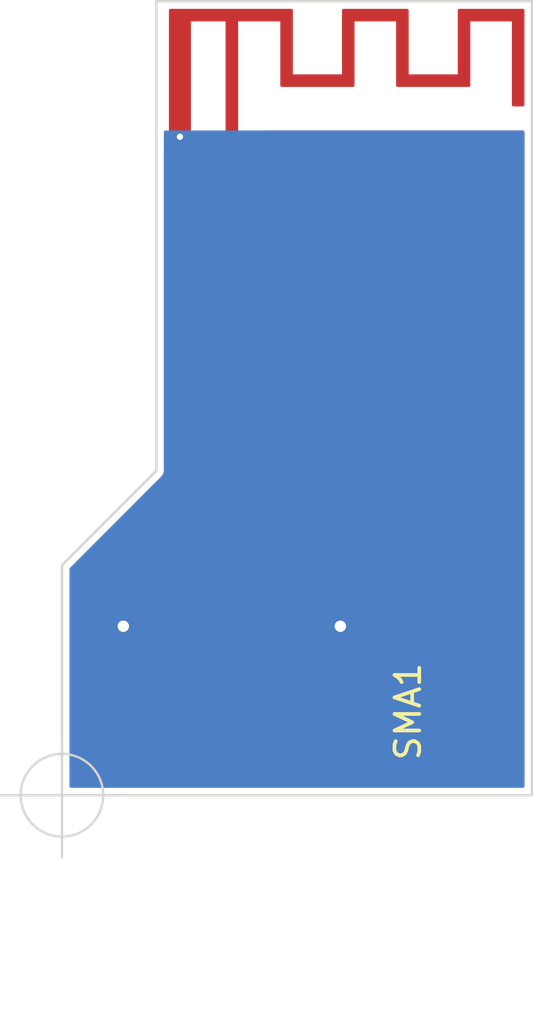
<source format=kicad_pcb>
(kicad_pcb (version 4) (host pcbnew 4.0.5)

  (general
    (links 10)
    (no_connects 0)
    (area 141.518 94.450699 163.040061 135.927001)
    (thickness 1.6)
    (drawings 7)
    (tracks 1)
    (zones 0)
    (modules 1)
    (nets 2)
  )

  (page A4)
  (layers
    (0 F.Cu signal)
    (31 B.Cu signal)
    (32 B.Adhes user hide)
    (33 F.Adhes user hide)
    (34 B.Paste user hide)
    (35 F.Paste user hide)
    (36 B.SilkS user hide)
    (37 F.SilkS user hide)
    (38 B.Mask user hide)
    (39 F.Mask user hide)
    (40 Dwgs.User user hide)
    (41 Cmts.User user hide)
    (42 Eco1.User user hide)
    (43 Eco2.User user hide)
    (44 Edge.Cuts user)
    (45 Margin user hide)
    (46 B.CrtYd user hide)
    (47 F.CrtYd user hide)
    (48 B.Fab user hide)
    (49 F.Fab user hide)
  )

  (setup
    (last_trace_width 0.508)
    (user_trace_width 0.508)
    (user_trace_width 2.29108)
    (trace_clearance 0.2)
    (zone_clearance 0.254)
    (zone_45_only yes)
    (trace_min 0.127)
    (segment_width 0.2)
    (edge_width 0.09652)
    (via_size 0.6)
    (via_drill 0.4)
    (via_min_size 0.254)
    (via_min_drill 0.254)
    (user_via 0.3048 0.254)
    (user_via 0.381 0.3048)
    (uvia_size 0.3)
    (uvia_drill 0.1)
    (uvias_allowed no)
    (uvia_min_size 0.2)
    (uvia_min_drill 0.1)
    (pcb_text_width 0.3)
    (pcb_text_size 1.5 1.5)
    (mod_edge_width 0.15)
    (mod_text_size 1 1)
    (mod_text_width 0.15)
    (pad_size 1.5 1.5)
    (pad_drill 0.6)
    (pad_to_mask_clearance 0)
    (aux_axis_origin 0 0)
    (grid_origin 144.018 126.5047)
    (visible_elements 7FFFFFFF)
    (pcbplotparams
      (layerselection 0x01000_80000001)
      (usegerberextensions true)
      (usegerberattributes true)
      (excludeedgelayer true)
      (linewidth 0.025400)
      (plotframeref false)
      (viasonmask false)
      (mode 1)
      (useauxorigin true)
      (hpglpennumber 1)
      (hpglpenspeed 20)
      (hpglpendiameter 15)
      (hpglpenoverlay 2)
      (psnegative false)
      (psa4output false)
      (plotreference true)
      (plotvalue true)
      (plotinvisibletext false)
      (padsonsilk false)
      (subtractmaskfromsilk false)
      (outputformat 1)
      (mirror false)
      (drillshape 0)
      (scaleselection 1)
      (outputdirectory ""))
  )

  (net 0 "")
  (net 1 GND)

  (net_class Default "This is the default net class."
    (clearance 0.2)
    (trace_width 0.25)
    (via_dia 0.6)
    (via_drill 0.4)
    (uvia_dia 0.3)
    (uvia_drill 0.1)
    (add_net GND)
  )

  (module Connectors_Molex:Molex_SMA_Jack_Edge_Mount (layer F.Cu) (tedit 587D2992) (tstamp 58AE1DF6)
    (at 150.876 121.412 90)
    (descr "Molex SMA Jack, Edge Mount, http://www.molex.com/pdm_docs/sd/732511150_sd.pdf")
    (tags "sma edge")
    (path /58AB8622)
    (attr smd)
    (fp_text reference SMA1 (at -1.72 7.11 90) (layer F.SilkS)
      (effects (font (size 1 1) (thickness 0.15)))
    )
    (fp_text value SMA_JPXSTEM1 (at -1.72 -7.11 90) (layer F.Fab)
      (effects (font (size 1 1) (thickness 0.15)))
    )
    (fp_line (start -4.76 -0.38) (end 0.49 -0.38) (layer F.Fab) (width 0.1))
    (fp_line (start -4.76 0.38) (end 0.49 0.38) (layer F.Fab) (width 0.1))
    (fp_line (start 0.49 -0.38) (end 0.49 0.38) (layer F.Fab) (width 0.1))
    (fp_line (start 0.49 3.75) (end 0.49 4.76) (layer F.Fab) (width 0.1))
    (fp_line (start 0.49 -4.76) (end 0.49 -3.75) (layer F.Fab) (width 0.1))
    (fp_line (start -14.29 -6.09) (end -14.29 6.09) (layer F.CrtYd) (width 0.05))
    (fp_line (start -14.29 6.09) (end 2.71 6.09) (layer F.CrtYd) (width 0.05))
    (fp_line (start 2.71 -6.09) (end 2.71 6.09) (layer B.CrtYd) (width 0.05))
    (fp_line (start -14.29 -6.09) (end 2.71 -6.09) (layer B.CrtYd) (width 0.05))
    (fp_line (start -14.29 -6.09) (end -14.29 6.09) (layer B.CrtYd) (width 0.05))
    (fp_line (start -14.29 6.09) (end 2.71 6.09) (layer B.CrtYd) (width 0.05))
    (fp_line (start 2.71 -6.09) (end 2.71 6.09) (layer F.CrtYd) (width 0.05))
    (fp_line (start 2.71 -6.09) (end -14.29 -6.09) (layer F.CrtYd) (width 0.05))
    (fp_line (start -4.76 -3.75) (end 0.49 -3.75) (layer F.Fab) (width 0.1))
    (fp_line (start -4.76 3.75) (end 0.49 3.75) (layer F.Fab) (width 0.1))
    (fp_line (start -13.79 -2.65) (end -5.91 -2.65) (layer F.Fab) (width 0.1))
    (fp_line (start -13.79 -2.65) (end -13.79 2.65) (layer F.Fab) (width 0.1))
    (fp_line (start -13.79 2.65) (end -5.91 2.65) (layer F.Fab) (width 0.1))
    (fp_line (start -4.76 -3.75) (end -4.76 3.75) (layer F.Fab) (width 0.1))
    (fp_line (start 0.49 -4.76) (end -5.91 -4.76) (layer F.Fab) (width 0.1))
    (fp_line (start -5.91 -4.76) (end -5.91 4.76) (layer F.Fab) (width 0.1))
    (fp_line (start -5.91 4.76) (end 0.49 4.76) (layer F.Fab) (width 0.1))
    (pad 1 smd rect (at -1.72 0 90) (size 5.08 2.29) (layers F.Cu F.Paste F.Mask)
      (net 1 GND))
    (pad 2 smd rect (at -1.72 -4.38 90) (size 5.08 2.42) (layers F.Cu F.Paste F.Mask)
      (net 1 GND))
    (pad 2 smd rect (at -1.72 4.38 90) (size 5.08 2.42) (layers F.Cu F.Paste F.Mask)
      (net 1 GND))
    (pad 2 smd rect (at -1.72 -4.38 90) (size 5.08 2.42) (layers B.Cu B.Paste B.Mask)
      (net 1 GND))
    (pad 2 smd rect (at -1.72 4.38 90) (size 5.08 2.42) (layers B.Cu B.Paste B.Mask)
      (net 1 GND))
    (pad 2 thru_hole circle (at 1.72 -4.38 90) (size 0.97 0.97) (drill 0.46) (layers *.Cu)
      (net 1 GND))
    (pad 2 thru_hole circle (at 1.72 4.38 90) (size 0.97 0.97) (drill 0.46) (layers *.Cu)
      (net 1 GND))
    (pad 2 smd rect (at 1.27 -4.38 90) (size 0.89 0.46) (layers F.Cu)
      (net 1 GND))
    (pad 2 smd rect (at 1.27 4.38 90) (size 0.89 0.46) (layers F.Cu)
      (net 1 GND))
    (pad 2 smd rect (at 1.27 -4.38 90) (size 0.89 0.46) (layers B.Cu)
      (net 1 GND))
    (pad 2 smd rect (at 1.27 4.38 90) (size 0.89 0.46) (layers B.Cu)
      (net 1 GND))
  )

  (gr_line (start 147.828 113.4237) (end 147.828 94.5007) (angle 90) (layer Edge.Cuts) (width 0.1))
  (target plus (at 144.018 126.5047) (size 5) (width 0.09652) (layer Edge.Cuts))
  (gr_line (start 162.9918 94.5007) (end 147.828 94.5007) (angle 90) (layer Edge.Cuts) (width 0.09652))
  (gr_line (start 162.9918 126.5047) (end 162.9918 94.5007) (angle 90) (layer Edge.Cuts) (width 0.09652))
  (gr_line (start 144.018 126.5047) (end 162.9918 126.5047) (angle 90) (layer Edge.Cuts) (width 0.09652))
  (gr_line (start 144.018 117.2337) (end 147.828 113.4237) (angle 90) (layer Edge.Cuts) (width 0.1))
  (gr_line (start 144.018 126.5047) (end 144.018 117.2337) (angle 90) (layer Edge.Cuts) (width 0.1))

  (via (at 148.7805 99.9617) (size 0.3048) (drill 0.254) (layers F.Cu B.Cu) (net 1))

  (zone (net 1) (net_name GND) (layer F.Cu) (tstamp 58AE73CE) (hatch edge 0.508)
    (connect_pads yes (clearance 0.254))
    (min_thickness 0.127)
    (fill yes (mode segment) (arc_segments 16) (thermal_gap 0.508) (thermal_bridge_width 0.508))
    (polygon
      (pts
        (xy 153.3398 97.4471) (xy 155.321 97.4471) (xy 155.321 94.8055) (xy 158.0134 94.8055) (xy 158.0134 97.4471)
        (xy 159.9946 97.4471) (xy 159.9946 94.8055) (xy 162.687 94.8055) (xy 162.687 98.7425) (xy 162.179 98.7425)
        (xy 162.179 95.3135) (xy 160.5026 95.3135) (xy 160.5026 97.9551) (xy 157.5054 97.9551) (xy 157.5054 95.3135)
        (xy 155.829 95.3135) (xy 155.829 97.9551) (xy 152.8318 97.9551) (xy 152.8318 95.3135) (xy 151.13 95.3135)
        (xy 151.13 100.2157) (xy 152.019 100.2157) (xy 152.019 125.6665) (xy 149.733 125.6665) (xy 149.733 100.2157)
        (xy 150.622 100.2157) (xy 150.622 95.3135) (xy 149.225 95.3135) (xy 149.225 100.2157) (xy 148.8567 100.2157)
        (xy 148.8567 100.3427) (xy 149.352 100.3427) (xy 149.352 99.7077) (xy 149.479 99.7077) (xy 149.479 125.9205)
        (xy 152.273 125.9205) (xy 152.273 99.7077) (xy 162.9918 99.7077) (xy 162.9918 126.5047) (xy 144.018 126.5047)
        (xy 144.018 117.2337) (xy 147.828 113.4237) (xy 147.828 99.7077) (xy 148.209 99.7077) (xy 148.209 100.3427)
        (xy 148.7043 100.3427) (xy 148.7043 100.2157) (xy 148.336 100.2157) (xy 148.336 94.8055) (xy 153.3398 94.8055)
      )
    )
    (filled_polygon
      (pts
        (xy 153.2763 97.4471) (xy 153.281303 97.471805) (xy 153.295523 97.492617) (xy 153.31672 97.506257) (xy 153.3398 97.5106)
        (xy 155.321 97.5106) (xy 155.345705 97.505597) (xy 155.366517 97.491377) (xy 155.380157 97.47018) (xy 155.3845 97.4471)
        (xy 155.3845 94.869) (xy 157.9499 94.869) (xy 157.9499 97.4471) (xy 157.954903 97.471805) (xy 157.969123 97.492617)
        (xy 157.99032 97.506257) (xy 158.0134 97.5106) (xy 159.9946 97.5106) (xy 160.019305 97.505597) (xy 160.040117 97.491377)
        (xy 160.053757 97.47018) (xy 160.0581 97.4471) (xy 160.0581 94.869) (xy 162.6235 94.869) (xy 162.6235 98.679)
        (xy 162.2425 98.679) (xy 162.2425 95.3135) (xy 162.237497 95.288795) (xy 162.223277 95.267983) (xy 162.20208 95.254343)
        (xy 162.179 95.25) (xy 160.5026 95.25) (xy 160.477895 95.255003) (xy 160.457083 95.269223) (xy 160.443443 95.29042)
        (xy 160.4391 95.3135) (xy 160.4391 97.8916) (xy 157.5689 97.8916) (xy 157.5689 95.3135) (xy 157.563897 95.288795)
        (xy 157.549677 95.267983) (xy 157.52848 95.254343) (xy 157.5054 95.25) (xy 155.829 95.25) (xy 155.804295 95.255003)
        (xy 155.783483 95.269223) (xy 155.769843 95.29042) (xy 155.7655 95.3135) (xy 155.7655 97.8916) (xy 152.8953 97.8916)
        (xy 152.8953 95.3135) (xy 152.890297 95.288795) (xy 152.876077 95.267983) (xy 152.85488 95.254343) (xy 152.8318 95.25)
        (xy 151.13 95.25) (xy 151.105295 95.255003) (xy 151.084483 95.269223) (xy 151.070843 95.29042) (xy 151.0665 95.3135)
        (xy 151.0665 100.2157) (xy 151.071503 100.240405) (xy 151.085723 100.261217) (xy 151.10692 100.274857) (xy 151.13 100.2792)
        (xy 151.9555 100.2792) (xy 151.9555 125.603) (xy 149.7965 125.603) (xy 149.7965 100.2792) (xy 150.622 100.2792)
        (xy 150.646705 100.274197) (xy 150.667517 100.259977) (xy 150.681157 100.23878) (xy 150.6855 100.2157) (xy 150.6855 95.3135)
        (xy 150.680497 95.288795) (xy 150.666277 95.267983) (xy 150.64508 95.254343) (xy 150.622 95.25) (xy 149.225 95.25)
        (xy 149.200295 95.255003) (xy 149.179483 95.269223) (xy 149.165843 95.29042) (xy 149.1615 95.3135) (xy 149.1615 100.1522)
        (xy 148.8567 100.1522) (xy 148.831995 100.157203) (xy 148.811183 100.171423) (xy 148.797543 100.19262) (xy 148.7932 100.2157)
        (xy 148.7932 100.3427) (xy 148.798203 100.367405) (xy 148.812423 100.388217) (xy 148.83362 100.401857) (xy 148.8567 100.4062)
        (xy 149.352 100.4062) (xy 149.376705 100.401197) (xy 149.397517 100.386977) (xy 149.411157 100.36578) (xy 149.4155 100.3427)
        (xy 149.4155 125.9205) (xy 149.420503 125.945205) (xy 149.434723 125.966017) (xy 149.45592 125.979657) (xy 149.479 125.984)
        (xy 152.273 125.984) (xy 152.297705 125.978997) (xy 152.318517 125.964777) (xy 152.332157 125.94358) (xy 152.3365 125.9205)
        (xy 152.3365 99.7712) (xy 162.62604 99.7712) (xy 162.62604 126.13894) (xy 144.3855 126.13894) (xy 144.3855 117.385924)
        (xy 148.087862 113.683562) (xy 148.167526 113.564336) (xy 148.195501 113.4237) (xy 148.1955 113.423695) (xy 148.1955 100.40366)
        (xy 148.209 100.4062) (xy 148.7043 100.4062) (xy 148.729005 100.401197) (xy 148.749817 100.386977) (xy 148.763457 100.36578)
        (xy 148.7678 100.3427) (xy 148.7678 100.2157) (xy 148.762797 100.190995) (xy 148.748577 100.170183) (xy 148.72738 100.156543)
        (xy 148.7043 100.1522) (xy 148.3995 100.1522) (xy 148.3995 94.869) (xy 153.2763 94.869)
      )
    )
    (fill_segments
      (pts (xy 148.3995 94.869) (xy 153.2763 94.869))
      (pts (xy 155.3845 94.869) (xy 157.9499 94.869))
      (pts (xy 160.0581 94.869) (xy 162.6235 94.869))
      (pts (xy 148.3995 94.9452) (xy 153.2763 94.9452))
      (pts (xy 155.3845 94.9452) (xy 157.9499 94.9452))
      (pts (xy 160.0581 94.9452) (xy 162.6235 94.9452))
      (pts (xy 148.3995 95.0214) (xy 153.2763 95.0214))
      (pts (xy 155.3845 95.0214) (xy 157.9499 95.0214))
      (pts (xy 160.0581 95.0214) (xy 162.6235 95.0214))
      (pts (xy 148.3995 95.0976) (xy 153.2763 95.0976))
      (pts (xy 155.3845 95.0976) (xy 157.9499 95.0976))
      (pts (xy 160.0581 95.0976) (xy 162.6235 95.0976))
      (pts (xy 148.3995 95.1738) (xy 153.2763 95.1738))
      (pts (xy 155.3845 95.1738) (xy 157.9499 95.1738))
      (pts (xy 160.0581 95.1738) (xy 162.6235 95.1738))
      (pts (xy 148.3995 95.25) (xy 149.225 95.25))
      (pts (xy 150.622 95.25) (xy 151.13 95.25))
      (pts (xy 152.8318 95.25) (xy 153.2763 95.25))
      (pts (xy 155.3845 95.25) (xy 155.829 95.25))
      (pts (xy 157.5054 95.25) (xy 157.9499 95.25))
      (pts (xy 160.0581 95.25) (xy 160.5026 95.25))
      (pts (xy 162.179 95.25) (xy 162.6235 95.25))
      (pts (xy 148.3995 95.3262) (xy 149.1615 95.3262))
      (pts (xy 150.6855 95.3262) (xy 151.0665 95.3262))
      (pts (xy 152.8953 95.3262) (xy 153.2763 95.3262))
      (pts (xy 155.3845 95.3262) (xy 155.7655 95.3262))
      (pts (xy 157.5689 95.3262) (xy 157.9499 95.3262))
      (pts (xy 160.0581 95.3262) (xy 160.4391 95.3262))
      (pts (xy 162.2425 95.3262) (xy 162.6235 95.3262))
      (pts (xy 148.3995 95.4024) (xy 149.1615 95.4024))
      (pts (xy 150.6855 95.4024) (xy 151.0665 95.4024))
      (pts (xy 152.8953 95.4024) (xy 153.2763 95.4024))
      (pts (xy 155.3845 95.4024) (xy 155.7655 95.4024))
      (pts (xy 157.5689 95.4024) (xy 157.9499 95.4024))
      (pts (xy 160.0581 95.4024) (xy 160.4391 95.4024))
      (pts (xy 162.2425 95.4024) (xy 162.6235 95.4024))
      (pts (xy 148.3995 95.4786) (xy 149.1615 95.4786))
      (pts (xy 150.6855 95.4786) (xy 151.0665 95.4786))
      (pts (xy 152.8953 95.4786) (xy 153.2763 95.4786))
      (pts (xy 155.3845 95.4786) (xy 155.7655 95.4786))
      (pts (xy 157.5689 95.4786) (xy 157.9499 95.4786))
      (pts (xy 160.0581 95.4786) (xy 160.4391 95.4786))
      (pts (xy 162.2425 95.4786) (xy 162.6235 95.4786))
      (pts (xy 148.3995 95.5548) (xy 149.1615 95.5548))
      (pts (xy 150.6855 95.5548) (xy 151.0665 95.5548))
      (pts (xy 152.8953 95.5548) (xy 153.2763 95.5548))
      (pts (xy 155.3845 95.5548) (xy 155.7655 95.5548))
      (pts (xy 157.5689 95.5548) (xy 157.9499 95.5548))
      (pts (xy 160.0581 95.5548) (xy 160.4391 95.5548))
      (pts (xy 162.2425 95.5548) (xy 162.6235 95.5548))
      (pts (xy 148.3995 95.631) (xy 149.1615 95.631))
      (pts (xy 150.6855 95.631) (xy 151.0665 95.631))
      (pts (xy 152.8953 95.631) (xy 153.2763 95.631))
      (pts (xy 155.3845 95.631) (xy 155.7655 95.631))
      (pts (xy 157.5689 95.631) (xy 157.9499 95.631))
      (pts (xy 160.0581 95.631) (xy 160.4391 95.631))
      (pts (xy 162.2425 95.631) (xy 162.6235 95.631))
      (pts (xy 148.3995 95.7072) (xy 149.1615 95.7072))
      (pts (xy 150.6855 95.7072) (xy 151.0665 95.7072))
      (pts (xy 152.8953 95.7072) (xy 153.2763 95.7072))
      (pts (xy 155.3845 95.7072) (xy 155.7655 95.7072))
      (pts (xy 157.5689 95.7072) (xy 157.9499 95.7072))
      (pts (xy 160.0581 95.7072) (xy 160.4391 95.7072))
      (pts (xy 162.2425 95.7072) (xy 162.6235 95.7072))
      (pts (xy 148.3995 95.7834) (xy 149.1615 95.7834))
      (pts (xy 150.6855 95.7834) (xy 151.0665 95.7834))
      (pts (xy 152.8953 95.7834) (xy 153.2763 95.7834))
      (pts (xy 155.3845 95.7834) (xy 155.7655 95.7834))
      (pts (xy 157.5689 95.7834) (xy 157.9499 95.7834))
      (pts (xy 160.0581 95.7834) (xy 160.4391 95.7834))
      (pts (xy 162.2425 95.7834) (xy 162.6235 95.7834))
      (pts (xy 148.3995 95.8596) (xy 149.1615 95.8596))
      (pts (xy 150.6855 95.8596) (xy 151.0665 95.8596))
      (pts (xy 152.8953 95.8596) (xy 153.2763 95.8596))
      (pts (xy 155.3845 95.8596) (xy 155.7655 95.8596))
      (pts (xy 157.5689 95.8596) (xy 157.9499 95.8596))
      (pts (xy 160.0581 95.8596) (xy 160.4391 95.8596))
      (pts (xy 162.2425 95.8596) (xy 162.6235 95.8596))
      (pts (xy 148.3995 95.9358) (xy 149.1615 95.9358))
      (pts (xy 150.6855 95.9358) (xy 151.0665 95.9358))
      (pts (xy 152.8953 95.9358) (xy 153.2763 95.9358))
      (pts (xy 155.3845 95.9358) (xy 155.7655 95.9358))
      (pts (xy 157.5689 95.9358) (xy 157.9499 95.9358))
      (pts (xy 160.0581 95.9358) (xy 160.4391 95.9358))
      (pts (xy 162.2425 95.9358) (xy 162.6235 95.9358))
      (pts (xy 148.3995 96.012) (xy 149.1615 96.012))
      (pts (xy 150.6855 96.012) (xy 151.0665 96.012))
      (pts (xy 152.8953 96.012) (xy 153.2763 96.012))
      (pts (xy 155.3845 96.012) (xy 155.7655 96.012))
      (pts (xy 157.5689 96.012) (xy 157.9499 96.012))
      (pts (xy 160.0581 96.012) (xy 160.4391 96.012))
      (pts (xy 162.2425 96.012) (xy 162.6235 96.012))
      (pts (xy 148.3995 96.0882) (xy 149.1615 96.0882))
      (pts (xy 150.6855 96.0882) (xy 151.0665 96.0882))
      (pts (xy 152.8953 96.0882) (xy 153.2763 96.0882))
      (pts (xy 155.3845 96.0882) (xy 155.7655 96.0882))
      (pts (xy 157.5689 96.0882) (xy 157.9499 96.0882))
      (pts (xy 160.0581 96.0882) (xy 160.4391 96.0882))
      (pts (xy 162.2425 96.0882) (xy 162.6235 96.0882))
      (pts (xy 148.3995 96.1644) (xy 149.1615 96.1644))
      (pts (xy 150.6855 96.1644) (xy 151.0665 96.1644))
      (pts (xy 152.8953 96.1644) (xy 153.2763 96.1644))
      (pts (xy 155.3845 96.1644) (xy 155.7655 96.1644))
      (pts (xy 157.5689 96.1644) (xy 157.9499 96.1644))
      (pts (xy 160.0581 96.1644) (xy 160.4391 96.1644))
      (pts (xy 162.2425 96.1644) (xy 162.6235 96.1644))
      (pts (xy 148.3995 96.2406) (xy 149.1615 96.2406))
      (pts (xy 150.6855 96.2406) (xy 151.0665 96.2406))
      (pts (xy 152.8953 96.2406) (xy 153.2763 96.2406))
      (pts (xy 155.3845 96.2406) (xy 155.7655 96.2406))
      (pts (xy 157.5689 96.2406) (xy 157.9499 96.2406))
      (pts (xy 160.0581 96.2406) (xy 160.4391 96.2406))
      (pts (xy 162.2425 96.2406) (xy 162.6235 96.2406))
      (pts (xy 148.3995 96.3168) (xy 149.1615 96.3168))
      (pts (xy 150.6855 96.3168) (xy 151.0665 96.3168))
      (pts (xy 152.8953 96.3168) (xy 153.2763 96.3168))
      (pts (xy 155.3845 96.3168) (xy 155.7655 96.3168))
      (pts (xy 157.5689 96.3168) (xy 157.9499 96.3168))
      (pts (xy 160.0581 96.3168) (xy 160.4391 96.3168))
      (pts (xy 162.2425 96.3168) (xy 162.6235 96.3168))
      (pts (xy 148.3995 96.393) (xy 149.1615 96.393))
      (pts (xy 150.6855 96.393) (xy 151.0665 96.393))
      (pts (xy 152.8953 96.393) (xy 153.2763 96.393))
      (pts (xy 155.3845 96.393) (xy 155.7655 96.393))
      (pts (xy 157.5689 96.393) (xy 157.9499 96.393))
      (pts (xy 160.0581 96.393) (xy 160.4391 96.393))
      (pts (xy 162.2425 96.393) (xy 162.6235 96.393))
      (pts (xy 148.3995 96.4692) (xy 149.1615 96.4692))
      (pts (xy 150.6855 96.4692) (xy 151.0665 96.4692))
      (pts (xy 152.8953 96.4692) (xy 153.2763 96.4692))
      (pts (xy 155.3845 96.4692) (xy 155.7655 96.4692))
      (pts (xy 157.5689 96.4692) (xy 157.9499 96.4692))
      (pts (xy 160.0581 96.4692) (xy 160.4391 96.4692))
      (pts (xy 162.2425 96.4692) (xy 162.6235 96.4692))
      (pts (xy 148.3995 96.5454) (xy 149.1615 96.5454))
      (pts (xy 150.6855 96.5454) (xy 151.0665 96.5454))
      (pts (xy 152.8953 96.5454) (xy 153.2763 96.5454))
      (pts (xy 155.3845 96.5454) (xy 155.7655 96.5454))
      (pts (xy 157.5689 96.5454) (xy 157.9499 96.5454))
      (pts (xy 160.0581 96.5454) (xy 160.4391 96.5454))
      (pts (xy 162.2425 96.5454) (xy 162.6235 96.5454))
      (pts (xy 148.3995 96.6216) (xy 149.1615 96.6216))
      (pts (xy 150.6855 96.6216) (xy 151.0665 96.6216))
      (pts (xy 152.8953 96.6216) (xy 153.2763 96.6216))
      (pts (xy 155.3845 96.6216) (xy 155.7655 96.6216))
      (pts (xy 157.5689 96.6216) (xy 157.9499 96.6216))
      (pts (xy 160.0581 96.6216) (xy 160.4391 96.6216))
      (pts (xy 162.2425 96.6216) (xy 162.6235 96.6216))
      (pts (xy 148.3995 96.6978) (xy 149.1615 96.6978))
      (pts (xy 150.6855 96.6978) (xy 151.0665 96.6978))
      (pts (xy 152.8953 96.6978) (xy 153.2763 96.6978))
      (pts (xy 155.3845 96.6978) (xy 155.7655 96.6978))
      (pts (xy 157.5689 96.6978) (xy 157.9499 96.6978))
      (pts (xy 160.0581 96.6978) (xy 160.4391 96.6978))
      (pts (xy 162.2425 96.6978) (xy 162.6235 96.6978))
      (pts (xy 148.3995 96.774) (xy 149.1615 96.774))
      (pts (xy 150.6855 96.774) (xy 151.0665 96.774))
      (pts (xy 152.8953 96.774) (xy 153.2763 96.774))
      (pts (xy 155.3845 96.774) (xy 155.7655 96.774))
      (pts (xy 157.5689 96.774) (xy 157.9499 96.774))
      (pts (xy 160.0581 96.774) (xy 160.4391 96.774))
      (pts (xy 162.2425 96.774) (xy 162.6235 96.774))
      (pts (xy 148.3995 96.8502) (xy 149.1615 96.8502))
      (pts (xy 150.6855 96.8502) (xy 151.0665 96.8502))
      (pts (xy 152.8953 96.8502) (xy 153.2763 96.8502))
      (pts (xy 155.3845 96.8502) (xy 155.7655 96.8502))
      (pts (xy 157.5689 96.8502) (xy 157.9499 96.8502))
      (pts (xy 160.0581 96.8502) (xy 160.4391 96.8502))
      (pts (xy 162.2425 96.8502) (xy 162.6235 96.8502))
      (pts (xy 148.3995 96.9264) (xy 149.1615 96.9264))
      (pts (xy 150.6855 96.9264) (xy 151.0665 96.9264))
      (pts (xy 152.8953 96.9264) (xy 153.2763 96.9264))
      (pts (xy 155.3845 96.9264) (xy 155.7655 96.9264))
      (pts (xy 157.5689 96.9264) (xy 157.9499 96.9264))
      (pts (xy 160.0581 96.9264) (xy 160.4391 96.9264))
      (pts (xy 162.2425 96.9264) (xy 162.6235 96.9264))
      (pts (xy 148.3995 97.0026) (xy 149.1615 97.0026))
      (pts (xy 150.6855 97.0026) (xy 151.0665 97.0026))
      (pts (xy 152.8953 97.0026) (xy 153.2763 97.0026))
      (pts (xy 155.3845 97.0026) (xy 155.7655 97.0026))
      (pts (xy 157.5689 97.0026) (xy 157.9499 97.0026))
      (pts (xy 160.0581 97.0026) (xy 160.4391 97.0026))
      (pts (xy 162.2425 97.0026) (xy 162.6235 97.0026))
      (pts (xy 148.3995 97.0788) (xy 149.1615 97.0788))
      (pts (xy 150.6855 97.0788) (xy 151.0665 97.0788))
      (pts (xy 152.8953 97.0788) (xy 153.2763 97.0788))
      (pts (xy 155.3845 97.0788) (xy 155.7655 97.0788))
      (pts (xy 157.5689 97.0788) (xy 157.9499 97.0788))
      (pts (xy 160.0581 97.0788) (xy 160.4391 97.0788))
      (pts (xy 162.2425 97.0788) (xy 162.6235 97.0788))
      (pts (xy 148.3995 97.155) (xy 149.1615 97.155))
      (pts (xy 150.6855 97.155) (xy 151.0665 97.155))
      (pts (xy 152.8953 97.155) (xy 153.2763 97.155))
      (pts (xy 155.3845 97.155) (xy 155.7655 97.155))
      (pts (xy 157.5689 97.155) (xy 157.9499 97.155))
      (pts (xy 160.0581 97.155) (xy 160.4391 97.155))
      (pts (xy 162.2425 97.155) (xy 162.6235 97.155))
      (pts (xy 148.3995 97.2312) (xy 149.1615 97.2312))
      (pts (xy 150.6855 97.2312) (xy 151.0665 97.2312))
      (pts (xy 152.8953 97.2312) (xy 153.2763 97.2312))
      (pts (xy 155.3845 97.2312) (xy 155.7655 97.2312))
      (pts (xy 157.5689 97.2312) (xy 157.9499 97.2312))
      (pts (xy 160.0581 97.2312) (xy 160.4391 97.2312))
      (pts (xy 162.2425 97.2312) (xy 162.6235 97.2312))
      (pts (xy 148.3995 97.3074) (xy 149.1615 97.3074))
      (pts (xy 150.6855 97.3074) (xy 151.0665 97.3074))
      (pts (xy 152.8953 97.3074) (xy 153.2763 97.3074))
      (pts (xy 155.3845 97.3074) (xy 155.7655 97.3074))
      (pts (xy 157.5689 97.3074) (xy 157.9499 97.3074))
      (pts (xy 160.0581 97.3074) (xy 160.4391 97.3074))
      (pts (xy 162.2425 97.3074) (xy 162.6235 97.3074))
      (pts (xy 148.3995 97.3836) (xy 149.1615 97.3836))
      (pts (xy 150.6855 97.3836) (xy 151.0665 97.3836))
      (pts (xy 152.8953 97.3836) (xy 153.2763 97.3836))
      (pts (xy 155.3845 97.3836) (xy 155.7655 97.3836))
      (pts (xy 157.5689 97.3836) (xy 157.9499 97.3836))
      (pts (xy 160.0581 97.3836) (xy 160.4391 97.3836))
      (pts (xy 162.2425 97.3836) (xy 162.6235 97.3836))
      (pts (xy 148.3995 97.4598) (xy 149.1615 97.4598))
      (pts (xy 150.6855 97.4598) (xy 151.0665 97.4598))
      (pts (xy 152.8953 97.4598) (xy 153.278871 97.4598))
      (pts (xy 155.38211 97.4598) (xy 155.7655 97.4598))
      (pts (xy 157.5689 97.4598) (xy 157.952471 97.4598))
      (pts (xy 160.05571 97.4598) (xy 160.4391 97.4598))
      (pts (xy 162.2425 97.4598) (xy 162.6235 97.4598))
      (pts (xy 148.3995 97.536) (xy 149.1615 97.536))
      (pts (xy 150.6855 97.536) (xy 151.0665 97.536))
      (pts (xy 152.8953 97.536) (xy 155.7655 97.536))
      (pts (xy 157.5689 97.536) (xy 160.4391 97.536))
      (pts (xy 162.2425 97.536) (xy 162.6235 97.536))
      (pts (xy 148.3995 97.6122) (xy 149.1615 97.6122))
      (pts (xy 150.6855 97.6122) (xy 151.0665 97.6122))
      (pts (xy 152.8953 97.6122) (xy 155.7655 97.6122))
      (pts (xy 157.5689 97.6122) (xy 160.4391 97.6122))
      (pts (xy 162.2425 97.6122) (xy 162.6235 97.6122))
      (pts (xy 148.3995 97.6884) (xy 149.1615 97.6884))
      (pts (xy 150.6855 97.6884) (xy 151.0665 97.6884))
      (pts (xy 152.8953 97.6884) (xy 155.7655 97.6884))
      (pts (xy 157.5689 97.6884) (xy 160.4391 97.6884))
      (pts (xy 162.2425 97.6884) (xy 162.6235 97.6884))
      (pts (xy 148.3995 97.7646) (xy 149.1615 97.7646))
      (pts (xy 150.6855 97.7646) (xy 151.0665 97.7646))
      (pts (xy 152.8953 97.7646) (xy 155.7655 97.7646))
      (pts (xy 157.5689 97.7646) (xy 160.4391 97.7646))
      (pts (xy 162.2425 97.7646) (xy 162.6235 97.7646))
      (pts (xy 148.3995 97.8408) (xy 149.1615 97.8408))
      (pts (xy 150.6855 97.8408) (xy 151.0665 97.8408))
      (pts (xy 152.8953 97.8408) (xy 155.7655 97.8408))
      (pts (xy 157.5689 97.8408) (xy 160.4391 97.8408))
      (pts (xy 162.2425 97.8408) (xy 162.6235 97.8408))
      (pts (xy 148.3995 97.917) (xy 149.1615 97.917))
      (pts (xy 150.6855 97.917) (xy 151.0665 97.917))
      (pts (xy 162.2425 97.917) (xy 162.6235 97.917))
      (pts (xy 148.3995 97.9932) (xy 149.1615 97.9932))
      (pts (xy 150.6855 97.9932) (xy 151.0665 97.9932))
      (pts (xy 162.2425 97.9932) (xy 162.6235 97.9932))
      (pts (xy 148.3995 98.0694) (xy 149.1615 98.0694))
      (pts (xy 150.6855 98.0694) (xy 151.0665 98.0694))
      (pts (xy 162.2425 98.0694) (xy 162.6235 98.0694))
      (pts (xy 148.3995 98.1456) (xy 149.1615 98.1456))
      (pts (xy 150.6855 98.1456) (xy 151.0665 98.1456))
      (pts (xy 162.2425 98.1456) (xy 162.6235 98.1456))
      (pts (xy 148.3995 98.2218) (xy 149.1615 98.2218))
      (pts (xy 150.6855 98.2218) (xy 151.0665 98.2218))
      (pts (xy 162.2425 98.2218) (xy 162.6235 98.2218))
      (pts (xy 148.3995 98.298) (xy 149.1615 98.298))
      (pts (xy 150.6855 98.298) (xy 151.0665 98.298))
      (pts (xy 162.2425 98.298) (xy 162.6235 98.298))
      (pts (xy 148.3995 98.3742) (xy 149.1615 98.3742))
      (pts (xy 150.6855 98.3742) (xy 151.0665 98.3742))
      (pts (xy 162.2425 98.3742) (xy 162.6235 98.3742))
      (pts (xy 148.3995 98.4504) (xy 149.1615 98.4504))
      (pts (xy 150.6855 98.4504) (xy 151.0665 98.4504))
      (pts (xy 162.2425 98.4504) (xy 162.6235 98.4504))
      (pts (xy 148.3995 98.5266) (xy 149.1615 98.5266))
      (pts (xy 150.6855 98.5266) (xy 151.0665 98.5266))
      (pts (xy 162.2425 98.5266) (xy 162.6235 98.5266))
      (pts (xy 148.3995 98.6028) (xy 149.1615 98.6028))
      (pts (xy 150.6855 98.6028) (xy 151.0665 98.6028))
      (pts (xy 162.2425 98.6028) (xy 162.6235 98.6028))
      (pts (xy 148.3995 98.679) (xy 149.1615 98.679))
      (pts (xy 150.6855 98.679) (xy 151.0665 98.679))
      (pts (xy 148.3995 98.7552) (xy 149.1615 98.7552))
      (pts (xy 150.6855 98.7552) (xy 151.0665 98.7552))
      (pts (xy 148.3995 98.8314) (xy 149.1615 98.8314))
      (pts (xy 150.6855 98.8314) (xy 151.0665 98.8314))
      (pts (xy 148.3995 98.9076) (xy 149.1615 98.9076))
      (pts (xy 150.6855 98.9076) (xy 151.0665 98.9076))
      (pts (xy 148.3995 98.9838) (xy 149.1615 98.9838))
      (pts (xy 150.6855 98.9838) (xy 151.0665 98.9838))
      (pts (xy 148.3995 99.06) (xy 149.1615 99.06))
      (pts (xy 150.6855 99.06) (xy 151.0665 99.06))
      (pts (xy 148.3995 99.1362) (xy 149.1615 99.1362))
      (pts (xy 150.6855 99.1362) (xy 151.0665 99.1362))
      (pts (xy 148.3995 99.2124) (xy 149.1615 99.2124))
      (pts (xy 150.6855 99.2124) (xy 151.0665 99.2124))
      (pts (xy 148.3995 99.2886) (xy 149.1615 99.2886))
      (pts (xy 150.6855 99.2886) (xy 151.0665 99.2886))
      (pts (xy 148.3995 99.3648) (xy 149.1615 99.3648))
      (pts (xy 150.6855 99.3648) (xy 151.0665 99.3648))
      (pts (xy 148.3995 99.441) (xy 149.1615 99.441))
      (pts (xy 150.6855 99.441) (xy 151.0665 99.441))
      (pts (xy 148.3995 99.5172) (xy 149.1615 99.5172))
      (pts (xy 150.6855 99.5172) (xy 151.0665 99.5172))
      (pts (xy 148.3995 99.5934) (xy 149.1615 99.5934))
      (pts (xy 150.6855 99.5934) (xy 151.0665 99.5934))
      (pts (xy 148.3995 99.6696) (xy 149.1615 99.6696))
      (pts (xy 150.6855 99.6696) (xy 151.0665 99.6696))
      (pts (xy 148.3995 99.7458) (xy 149.1615 99.7458))
      (pts (xy 150.6855 99.7458) (xy 151.0665 99.7458))
      (pts (xy 148.3995 99.822) (xy 149.1615 99.822))
      (pts (xy 150.6855 99.822) (xy 151.0665 99.822))
      (pts (xy 152.3365 99.822) (xy 162.62604 99.822))
      (pts (xy 148.3995 99.8982) (xy 149.1615 99.8982))
      (pts (xy 150.6855 99.8982) (xy 151.0665 99.8982))
      (pts (xy 152.3365 99.8982) (xy 162.62604 99.8982))
      (pts (xy 148.3995 99.9744) (xy 149.1615 99.9744))
      (pts (xy 150.6855 99.9744) (xy 151.0665 99.9744))
      (pts (xy 152.3365 99.9744) (xy 162.62604 99.9744))
      (pts (xy 148.3995 100.0506) (xy 149.1615 100.0506))
      (pts (xy 150.6855 100.0506) (xy 151.0665 100.0506))
      (pts (xy 152.3365 100.0506) (xy 162.62604 100.0506))
      (pts (xy 148.3995 100.1268) (xy 149.1615 100.1268))
      (pts (xy 150.6855 100.1268) (xy 151.0665 100.1268))
      (pts (xy 152.3365 100.1268) (xy 162.62604 100.1268))
      (pts (xy 148.765229 100.203) (xy 148.79559 100.203))
      (pts (xy 150.6855 100.203) (xy 151.0665 100.203))
      (pts (xy 152.3365 100.203) (xy 162.62604 100.203))
      (pts (xy 148.7678 100.2792) (xy 148.7932 100.2792))
      (pts (xy 149.7965 100.2792) (xy 151.9555 100.2792))
      (pts (xy 152.3365 100.2792) (xy 162.62604 100.2792))
      (pts (xy 148.76541 100.3554) (xy 148.795771 100.3554))
      (pts (xy 149.41311 100.3554) (xy 149.4155 100.3554))
      (pts (xy 149.7965 100.3554) (xy 151.9555 100.3554))
      (pts (xy 152.3365 100.3554) (xy 162.62604 100.3554))
      (pts (xy 148.1955 100.4316) (xy 149.4155 100.4316))
      (pts (xy 149.7965 100.4316) (xy 151.9555 100.4316))
      (pts (xy 152.3365 100.4316) (xy 162.62604 100.4316))
      (pts (xy 148.1955 100.5078) (xy 149.4155 100.5078))
      (pts (xy 149.7965 100.5078) (xy 151.9555 100.5078))
      (pts (xy 152.3365 100.5078) (xy 162.62604 100.5078))
      (pts (xy 148.1955 100.584) (xy 149.4155 100.584))
      (pts (xy 149.7965 100.584) (xy 151.9555 100.584))
      (pts (xy 152.3365 100.584) (xy 162.62604 100.584))
      (pts (xy 148.1955 100.6602) (xy 149.4155 100.6602))
      (pts (xy 149.7965 100.6602) (xy 151.9555 100.6602))
      (pts (xy 152.3365 100.6602) (xy 162.62604 100.6602))
      (pts (xy 148.1955 100.7364) (xy 149.4155 100.7364))
      (pts (xy 149.7965 100.7364) (xy 151.9555 100.7364))
      (pts (xy 152.3365 100.7364) (xy 162.62604 100.7364))
      (pts (xy 148.1955 100.8126) (xy 149.4155 100.8126))
      (pts (xy 149.7965 100.8126) (xy 151.9555 100.8126))
      (pts (xy 152.3365 100.8126) (xy 162.62604 100.8126))
      (pts (xy 148.1955 100.8888) (xy 149.4155 100.8888))
      (pts (xy 149.7965 100.8888) (xy 151.9555 100.8888))
      (pts (xy 152.3365 100.8888) (xy 162.62604 100.8888))
      (pts (xy 148.1955 100.965) (xy 149.4155 100.965))
      (pts (xy 149.7965 100.965) (xy 151.9555 100.965))
      (pts (xy 152.3365 100.965) (xy 162.62604 100.965))
      (pts (xy 148.1955 101.0412) (xy 149.4155 101.0412))
      (pts (xy 149.7965 101.0412) (xy 151.9555 101.0412))
      (pts (xy 152.3365 101.0412) (xy 162.62604 101.0412))
      (pts (xy 148.1955 101.1174) (xy 149.4155 101.1174))
      (pts (xy 149.7965 101.1174) (xy 151.9555 101.1174))
      (pts (xy 152.3365 101.1174) (xy 162.62604 101.1174))
      (pts (xy 148.1955 101.1936) (xy 149.4155 101.1936))
      (pts (xy 149.7965 101.1936) (xy 151.9555 101.1936))
      (pts (xy 152.3365 101.1936) (xy 162.62604 101.1936))
      (pts (xy 148.1955 101.2698) (xy 149.4155 101.2698))
      (pts (xy 149.7965 101.2698) (xy 151.9555 101.2698))
      (pts (xy 152.3365 101.2698) (xy 162.62604 101.2698))
      (pts (xy 148.1955 101.346) (xy 149.4155 101.346))
      (pts (xy 149.7965 101.346) (xy 151.9555 101.346))
      (pts (xy 152.3365 101.346) (xy 162.62604 101.346))
      (pts (xy 148.1955 101.4222) (xy 149.4155 101.4222))
      (pts (xy 149.7965 101.4222) (xy 151.9555 101.4222))
      (pts (xy 152.3365 101.4222) (xy 162.62604 101.4222))
      (pts (xy 148.1955 101.4984) (xy 149.4155 101.4984))
      (pts (xy 149.7965 101.4984) (xy 151.9555 101.4984))
      (pts (xy 152.3365 101.4984) (xy 162.62604 101.4984))
      (pts (xy 148.1955 101.5746) (xy 149.4155 101.5746))
      (pts (xy 149.7965 101.5746) (xy 151.9555 101.5746))
      (pts (xy 152.3365 101.5746) (xy 162.62604 101.5746))
      (pts (xy 148.1955 101.6508) (xy 149.4155 101.6508))
      (pts (xy 149.7965 101.6508) (xy 151.9555 101.6508))
      (pts (xy 152.3365 101.6508) (xy 162.62604 101.6508))
      (pts (xy 148.1955 101.727) (xy 149.4155 101.727))
      (pts (xy 149.7965 101.727) (xy 151.9555 101.727))
      (pts (xy 152.3365 101.727) (xy 162.62604 101.727))
      (pts (xy 148.1955 101.8032) (xy 149.4155 101.8032))
      (pts (xy 149.7965 101.8032) (xy 151.9555 101.8032))
      (pts (xy 152.3365 101.8032) (xy 162.62604 101.8032))
      (pts (xy 148.1955 101.8794) (xy 149.4155 101.8794))
      (pts (xy 149.7965 101.8794) (xy 151.9555 101.8794))
      (pts (xy 152.3365 101.8794) (xy 162.62604 101.8794))
      (pts (xy 148.1955 101.9556) (xy 149.4155 101.9556))
      (pts (xy 149.7965 101.9556) (xy 151.9555 101.9556))
      (pts (xy 152.3365 101.9556) (xy 162.62604 101.9556))
      (pts (xy 148.1955 102.0318) (xy 149.4155 102.0318))
      (pts (xy 149.7965 102.0318) (xy 151.9555 102.0318))
      (pts (xy 152.3365 102.0318) (xy 162.62604 102.0318))
      (pts (xy 148.1955 102.108) (xy 149.4155 102.108))
      (pts (xy 149.7965 102.108) (xy 151.9555 102.108))
      (pts (xy 152.3365 102.108) (xy 162.62604 102.108))
      (pts (xy 148.1955 102.1842) (xy 149.4155 102.1842))
      (pts (xy 149.7965 102.1842) (xy 151.9555 102.1842))
      (pts (xy 152.3365 102.1842) (xy 162.62604 102.1842))
      (pts (xy 148.1955 102.2604) (xy 149.4155 102.2604))
      (pts (xy 149.7965 102.2604) (xy 151.9555 102.2604))
      (pts (xy 152.3365 102.2604) (xy 162.62604 102.2604))
      (pts (xy 148.1955 102.3366) (xy 149.4155 102.3366))
      (pts (xy 149.7965 102.3366) (xy 151.9555 102.3366))
      (pts (xy 152.3365 102.3366) (xy 162.62604 102.3366))
      (pts (xy 148.1955 102.4128) (xy 149.4155 102.4128))
      (pts (xy 149.7965 102.4128) (xy 151.9555 102.4128))
      (pts (xy 152.3365 102.4128) (xy 162.62604 102.4128))
      (pts (xy 148.1955 102.489) (xy 149.4155 102.489))
      (pts (xy 149.7965 102.489) (xy 151.9555 102.489))
      (pts (xy 152.3365 102.489) (xy 162.62604 102.489))
      (pts (xy 148.1955 102.5652) (xy 149.4155 102.5652))
      (pts (xy 149.7965 102.5652) (xy 151.9555 102.5652))
      (pts (xy 152.3365 102.5652) (xy 162.62604 102.5652))
      (pts (xy 148.1955 102.6414) (xy 149.4155 102.6414))
      (pts (xy 149.7965 102.6414) (xy 151.9555 102.6414))
      (pts (xy 152.3365 102.6414) (xy 162.62604 102.6414))
      (pts (xy 148.1955 102.7176) (xy 149.4155 102.7176))
      (pts (xy 149.7965 102.7176) (xy 151.9555 102.7176))
      (pts (xy 152.3365 102.7176) (xy 162.62604 102.7176))
      (pts (xy 148.1955 102.7938) (xy 149.4155 102.7938))
      (pts (xy 149.7965 102.7938) (xy 151.9555 102.7938))
      (pts (xy 152.3365 102.7938) (xy 162.62604 102.7938))
      (pts (xy 148.1955 102.87) (xy 149.4155 102.87))
      (pts (xy 149.7965 102.87) (xy 151.9555 102.87))
      (pts (xy 152.3365 102.87) (xy 162.62604 102.87))
      (pts (xy 148.1955 102.9462) (xy 149.4155 102.9462))
      (pts (xy 149.7965 102.9462) (xy 151.9555 102.9462))
      (pts (xy 152.3365 102.9462) (xy 162.62604 102.9462))
      (pts (xy 148.1955 103.0224) (xy 149.4155 103.0224))
      (pts (xy 149.7965 103.0224) (xy 151.9555 103.0224))
      (pts (xy 152.3365 103.0224) (xy 162.62604 103.0224))
      (pts (xy 148.1955 103.0986) (xy 149.4155 103.0986))
      (pts (xy 149.7965 103.0986) (xy 151.9555 103.0986))
      (pts (xy 152.3365 103.0986) (xy 162.62604 103.0986))
      (pts (xy 148.1955 103.1748) (xy 149.4155 103.1748))
      (pts (xy 149.7965 103.1748) (xy 151.9555 103.1748))
      (pts (xy 152.3365 103.1748) (xy 162.62604 103.1748))
      (pts (xy 148.1955 103.251) (xy 149.4155 103.251))
      (pts (xy 149.7965 103.251) (xy 151.9555 103.251))
      (pts (xy 152.3365 103.251) (xy 162.62604 103.251))
      (pts (xy 148.1955 103.3272) (xy 149.4155 103.3272))
      (pts (xy 149.7965 103.3272) (xy 151.9555 103.3272))
      (pts (xy 152.3365 103.3272) (xy 162.62604 103.3272))
      (pts (xy 148.1955 103.4034) (xy 149.4155 103.4034))
      (pts (xy 149.7965 103.4034) (xy 151.9555 103.4034))
      (pts (xy 152.3365 103.4034) (xy 162.62604 103.4034))
      (pts (xy 148.1955 103.4796) (xy 149.4155 103.4796))
      (pts (xy 149.7965 103.4796) (xy 151.9555 103.4796))
      (pts (xy 152.3365 103.4796) (xy 162.62604 103.4796))
      (pts (xy 148.1955 103.5558) (xy 149.4155 103.5558))
      (pts (xy 149.7965 103.5558) (xy 151.9555 103.5558))
      (pts (xy 152.3365 103.5558) (xy 162.62604 103.5558))
      (pts (xy 148.1955 103.632) (xy 149.4155 103.632))
      (pts (xy 149.7965 103.632) (xy 151.9555 103.632))
      (pts (xy 152.3365 103.632) (xy 162.62604 103.632))
      (pts (xy 148.1955 103.7082) (xy 149.4155 103.7082))
      (pts (xy 149.7965 103.7082) (xy 151.9555 103.7082))
      (pts (xy 152.3365 103.7082) (xy 162.62604 103.7082))
      (pts (xy 148.1955 103.7844) (xy 149.4155 103.7844))
      (pts (xy 149.7965 103.7844) (xy 151.9555 103.7844))
      (pts (xy 152.3365 103.7844) (xy 162.62604 103.7844))
      (pts (xy 148.1955 103.8606) (xy 149.4155 103.8606))
      (pts (xy 149.7965 103.8606) (xy 151.9555 103.8606))
      (pts (xy 152.3365 103.8606) (xy 162.62604 103.8606))
      (pts (xy 148.1955 103.9368) (xy 149.4155 103.9368))
      (pts (xy 149.7965 103.9368) (xy 151.9555 103.9368))
      (pts (xy 152.3365 103.9368) (xy 162.62604 103.9368))
      (pts (xy 148.1955 104.013) (xy 149.4155 104.013))
      (pts (xy 149.7965 104.013) (xy 151.9555 104.013))
      (pts (xy 152.3365 104.013) (xy 162.62604 104.013))
      (pts (xy 148.1955 104.0892) (xy 149.4155 104.0892))
      (pts (xy 149.7965 104.0892) (xy 151.9555 104.0892))
      (pts (xy 152.3365 104.0892) (xy 162.62604 104.0892))
      (pts (xy 148.1955 104.1654) (xy 149.4155 104.1654))
      (pts (xy 149.7965 104.1654) (xy 151.9555 104.1654))
      (pts (xy 152.3365 104.1654) (xy 162.62604 104.1654))
      (pts (xy 148.1955 104.2416) (xy 149.4155 104.2416))
      (pts (xy 149.7965 104.2416) (xy 151.9555 104.2416))
      (pts (xy 152.3365 104.2416) (xy 162.62604 104.2416))
      (pts (xy 148.1955 104.3178) (xy 149.4155 104.3178))
      (pts (xy 149.7965 104.3178) (xy 151.9555 104.3178))
      (pts (xy 152.3365 104.3178) (xy 162.62604 104.3178))
      (pts (xy 148.1955 104.394) (xy 149.4155 104.394))
      (pts (xy 149.7965 104.394) (xy 151.9555 104.394))
      (pts (xy 152.3365 104.394) (xy 162.62604 104.394))
      (pts (xy 148.1955 104.4702) (xy 149.4155 104.4702))
      (pts (xy 149.7965 104.4702) (xy 151.9555 104.4702))
      (pts (xy 152.3365 104.4702) (xy 162.62604 104.4702))
      (pts (xy 148.1955 104.5464) (xy 149.4155 104.5464))
      (pts (xy 149.7965 104.5464) (xy 151.9555 104.5464))
      (pts (xy 152.3365 104.5464) (xy 162.62604 104.5464))
      (pts (xy 148.1955 104.6226) (xy 149.4155 104.6226))
      (pts (xy 149.7965 104.6226) (xy 151.9555 104.6226))
      (pts (xy 152.3365 104.6226) (xy 162.62604 104.6226))
      (pts (xy 148.1955 104.6988) (xy 149.4155 104.6988))
      (pts (xy 149.7965 104.6988) (xy 151.9555 104.6988))
      (pts (xy 152.3365 104.6988) (xy 162.62604 104.6988))
      (pts (xy 148.1955 104.775) (xy 149.4155 104.775))
      (pts (xy 149.7965 104.775) (xy 151.9555 104.775))
      (pts (xy 152.3365 104.775) (xy 162.62604 104.775))
      (pts (xy 148.1955 104.8512) (xy 149.4155 104.8512))
      (pts (xy 149.7965 104.8512) (xy 151.9555 104.8512))
      (pts (xy 152.3365 104.8512) (xy 162.62604 104.8512))
      (pts (xy 148.1955 104.9274) (xy 149.4155 104.9274))
      (pts (xy 149.7965 104.9274) (xy 151.9555 104.9274))
      (pts (xy 152.3365 104.9274) (xy 162.62604 104.9274))
      (pts (xy 148.1955 105.0036) (xy 149.4155 105.0036))
      (pts (xy 149.7965 105.0036) (xy 151.9555 105.0036))
      (pts (xy 152.3365 105.0036) (xy 162.62604 105.0036))
      (pts (xy 148.1955 105.0798) (xy 149.4155 105.0798))
      (pts (xy 149.7965 105.0798) (xy 151.9555 105.0798))
      (pts (xy 152.3365 105.0798) (xy 162.62604 105.0798))
      (pts (xy 148.1955 105.156) (xy 149.4155 105.156))
      (pts (xy 149.7965 105.156) (xy 151.9555 105.156))
      (pts (xy 152.3365 105.156) (xy 162.62604 105.156))
      (pts (xy 148.1955 105.2322) (xy 149.4155 105.2322))
      (pts (xy 149.7965 105.2322) (xy 151.9555 105.2322))
      (pts (xy 152.3365 105.2322) (xy 162.62604 105.2322))
      (pts (xy 148.1955 105.3084) (xy 149.4155 105.3084))
      (pts (xy 149.7965 105.3084) (xy 151.9555 105.3084))
      (pts (xy 152.3365 105.3084) (xy 162.62604 105.3084))
      (pts (xy 148.1955 105.3846) (xy 149.4155 105.3846))
      (pts (xy 149.7965 105.3846) (xy 151.9555 105.3846))
      (pts (xy 152.3365 105.3846) (xy 162.62604 105.3846))
      (pts (xy 148.1955 105.4608) (xy 149.4155 105.4608))
      (pts (xy 149.7965 105.4608) (xy 151.9555 105.4608))
      (pts (xy 152.3365 105.4608) (xy 162.62604 105.4608))
      (pts (xy 148.1955 105.537) (xy 149.4155 105.537))
      (pts (xy 149.7965 105.537) (xy 151.9555 105.537))
      (pts (xy 152.3365 105.537) (xy 162.62604 105.537))
      (pts (xy 148.1955 105.6132) (xy 149.4155 105.6132))
      (pts (xy 149.7965 105.6132) (xy 151.9555 105.6132))
      (pts (xy 152.3365 105.6132) (xy 162.62604 105.6132))
      (pts (xy 148.1955 105.6894) (xy 149.4155 105.6894))
      (pts (xy 149.7965 105.6894) (xy 151.9555 105.6894))
      (pts (xy 152.3365 105.6894) (xy 162.62604 105.6894))
      (pts (xy 148.1955 105.7656) (xy 149.4155 105.7656))
      (pts (xy 149.7965 105.7656) (xy 151.9555 105.7656))
      (pts (xy 152.3365 105.7656) (xy 162.62604 105.7656))
      (pts (xy 148.1955 105.8418) (xy 149.4155 105.8418))
      (pts (xy 149.7965 105.8418) (xy 151.9555 105.8418))
      (pts (xy 152.3365 105.8418) (xy 162.62604 105.8418))
      (pts (xy 148.1955 105.918) (xy 149.4155 105.918))
      (pts (xy 149.7965 105.918) (xy 151.9555 105.918))
      (pts (xy 152.3365 105.918) (xy 162.62604 105.918))
      (pts (xy 148.1955 105.9942) (xy 149.4155 105.9942))
      (pts (xy 149.7965 105.9942) (xy 151.9555 105.9942))
      (pts (xy 152.3365 105.9942) (xy 162.62604 105.9942))
      (pts (xy 148.1955 106.0704) (xy 149.4155 106.0704))
      (pts (xy 149.7965 106.0704) (xy 151.9555 106.0704))
      (pts (xy 152.3365 106.0704) (xy 162.62604 106.0704))
      (pts (xy 148.1955 106.1466) (xy 149.4155 106.1466))
      (pts (xy 149.7965 106.1466) (xy 151.9555 106.1466))
      (pts (xy 152.3365 106.1466) (xy 162.62604 106.1466))
      (pts (xy 148.1955 106.2228) (xy 149.4155 106.2228))
      (pts (xy 149.7965 106.2228) (xy 151.9555 106.2228))
      (pts (xy 152.3365 106.2228) (xy 162.62604 106.2228))
      (pts (xy 148.1955 106.299) (xy 149.4155 106.299))
      (pts (xy 149.7965 106.299) (xy 151.9555 106.299))
      (pts (xy 152.3365 106.299) (xy 162.62604 106.299))
      (pts (xy 148.1955 106.3752) (xy 149.4155 106.3752))
      (pts (xy 149.7965 106.3752) (xy 151.9555 106.3752))
      (pts (xy 152.3365 106.3752) (xy 162.62604 106.3752))
      (pts (xy 148.1955 106.4514) (xy 149.4155 106.4514))
      (pts (xy 149.7965 106.4514) (xy 151.9555 106.4514))
      (pts (xy 152.3365 106.4514) (xy 162.62604 106.4514))
      (pts (xy 148.1955 106.5276) (xy 149.4155 106.5276))
      (pts (xy 149.7965 106.5276) (xy 151.9555 106.5276))
      (pts (xy 152.3365 106.5276) (xy 162.62604 106.5276))
      (pts (xy 148.1955 106.6038) (xy 149.4155 106.6038))
      (pts (xy 149.7965 106.6038) (xy 151.9555 106.6038))
      (pts (xy 152.3365 106.6038) (xy 162.62604 106.6038))
      (pts (xy 148.1955 106.68) (xy 149.4155 106.68))
      (pts (xy 149.7965 106.68) (xy 151.9555 106.68))
      (pts (xy 152.3365 106.68) (xy 162.62604 106.68))
      (pts (xy 148.1955 106.7562) (xy 149.4155 106.7562))
      (pts (xy 149.7965 106.7562) (xy 151.9555 106.7562))
      (pts (xy 152.3365 106.7562) (xy 162.62604 106.7562))
      (pts (xy 148.1955 106.8324) (xy 149.4155 106.8324))
      (pts (xy 149.7965 106.8324) (xy 151.9555 106.8324))
      (pts (xy 152.3365 106.8324) (xy 162.62604 106.8324))
      (pts (xy 148.1955 106.9086) (xy 149.4155 106.9086))
      (pts (xy 149.7965 106.9086) (xy 151.9555 106.9086))
      (pts (xy 152.3365 106.9086) (xy 162.62604 106.9086))
      (pts (xy 148.1955 106.9848) (xy 149.4155 106.9848))
      (pts (xy 149.7965 106.9848) (xy 151.9555 106.9848))
      (pts (xy 152.3365 106.9848) (xy 162.62604 106.9848))
      (pts (xy 148.1955 107.061) (xy 149.4155 107.061))
      (pts (xy 149.7965 107.061) (xy 151.9555 107.061))
      (pts (xy 152.3365 107.061) (xy 162.62604 107.061))
      (pts (xy 148.1955 107.1372) (xy 149.4155 107.1372))
      (pts (xy 149.7965 107.1372) (xy 151.9555 107.1372))
      (pts (xy 152.3365 107.1372) (xy 162.62604 107.1372))
      (pts (xy 148.1955 107.2134) (xy 149.4155 107.2134))
      (pts (xy 149.7965 107.2134) (xy 151.9555 107.2134))
      (pts (xy 152.3365 107.2134) (xy 162.62604 107.2134))
      (pts (xy 148.1955 107.2896) (xy 149.4155 107.2896))
      (pts (xy 149.7965 107.2896) (xy 151.9555 107.2896))
      (pts (xy 152.3365 107.2896) (xy 162.62604 107.2896))
      (pts (xy 148.1955 107.3658) (xy 149.4155 107.3658))
      (pts (xy 149.7965 107.3658) (xy 151.9555 107.3658))
      (pts (xy 152.3365 107.3658) (xy 162.62604 107.3658))
      (pts (xy 148.1955 107.442) (xy 149.4155 107.442))
      (pts (xy 149.7965 107.442) (xy 151.9555 107.442))
      (pts (xy 152.3365 107.442) (xy 162.62604 107.442))
      (pts (xy 148.1955 107.5182) (xy 149.4155 107.5182))
      (pts (xy 149.7965 107.5182) (xy 151.9555 107.5182))
      (pts (xy 152.3365 107.5182) (xy 162.62604 107.5182))
      (pts (xy 148.1955 107.5944) (xy 149.4155 107.5944))
      (pts (xy 149.7965 107.5944) (xy 151.9555 107.5944))
      (pts (xy 152.3365 107.5944) (xy 162.62604 107.5944))
      (pts (xy 148.1955 107.6706) (xy 149.4155 107.6706))
      (pts (xy 149.7965 107.6706) (xy 151.9555 107.6706))
      (pts (xy 152.3365 107.6706) (xy 162.62604 107.6706))
      (pts (xy 148.1955 107.7468) (xy 149.4155 107.7468))
      (pts (xy 149.7965 107.7468) (xy 151.9555 107.7468))
      (pts (xy 152.3365 107.7468) (xy 162.62604 107.7468))
      (pts (xy 148.1955 107.823) (xy 149.4155 107.823))
      (pts (xy 149.7965 107.823) (xy 151.9555 107.823))
      (pts (xy 152.3365 107.823) (xy 162.62604 107.823))
      (pts (xy 148.1955 107.8992) (xy 149.4155 107.8992))
      (pts (xy 149.7965 107.8992) (xy 151.9555 107.8992))
      (pts (xy 152.3365 107.8992) (xy 162.62604 107.8992))
      (pts (xy 148.1955 107.9754) (xy 149.4155 107.9754))
      (pts (xy 149.7965 107.9754) (xy 151.9555 107.9754))
      (pts (xy 152.3365 107.9754) (xy 162.62604 107.9754))
      (pts (xy 148.1955 108.0516) (xy 149.4155 108.0516))
      (pts (xy 149.7965 108.0516) (xy 151.9555 108.0516))
      (pts (xy 152.3365 108.0516) (xy 162.62604 108.0516))
      (pts (xy 148.1955 108.1278) (xy 149.4155 108.1278))
      (pts (xy 149.7965 108.1278) (xy 151.9555 108.1278))
      (pts (xy 152.3365 108.1278) (xy 162.62604 108.1278))
      (pts (xy 148.1955 108.204) (xy 149.4155 108.204))
      (pts (xy 149.7965 108.204) (xy 151.9555 108.204))
      (pts (xy 152.3365 108.204) (xy 162.62604 108.204))
      (pts (xy 148.1955 108.2802) (xy 149.4155 108.2802))
      (pts (xy 149.7965 108.2802) (xy 151.9555 108.2802))
      (pts (xy 152.3365 108.2802) (xy 162.62604 108.2802))
      (pts (xy 148.1955 108.3564) (xy 149.4155 108.3564))
      (pts (xy 149.7965 108.3564) (xy 151.9555 108.3564))
      (pts (xy 152.3365 108.3564) (xy 162.62604 108.3564))
      (pts (xy 148.1955 108.4326) (xy 149.4155 108.4326))
      (pts (xy 149.7965 108.4326) (xy 151.9555 108.4326))
      (pts (xy 152.3365 108.4326) (xy 162.62604 108.4326))
      (pts (xy 148.1955 108.5088) (xy 149.4155 108.5088))
      (pts (xy 149.7965 108.5088) (xy 151.9555 108.5088))
      (pts (xy 152.3365 108.5088) (xy 162.62604 108.5088))
      (pts (xy 148.1955 108.585) (xy 149.4155 108.585))
      (pts (xy 149.7965 108.585) (xy 151.9555 108.585))
      (pts (xy 152.3365 108.585) (xy 162.62604 108.585))
      (pts (xy 148.1955 108.6612) (xy 149.4155 108.6612))
      (pts (xy 149.7965 108.6612) (xy 151.9555 108.6612))
      (pts (xy 152.3365 108.6612) (xy 162.62604 108.6612))
      (pts (xy 148.1955 108.7374) (xy 149.4155 108.7374))
      (pts (xy 149.7965 108.7374) (xy 151.9555 108.7374))
      (pts (xy 152.3365 108.7374) (xy 162.62604 108.7374))
      (pts (xy 148.1955 108.8136) (xy 149.4155 108.8136))
      (pts (xy 149.7965 108.8136) (xy 151.9555 108.8136))
      (pts (xy 152.3365 108.8136) (xy 162.62604 108.8136))
      (pts (xy 148.1955 108.8898) (xy 149.4155 108.8898))
      (pts (xy 149.7965 108.8898) (xy 151.9555 108.8898))
      (pts (xy 152.3365 108.8898) (xy 162.62604 108.8898))
      (pts (xy 148.1955 108.966) (xy 149.4155 108.966))
      (pts (xy 149.7965 108.966) (xy 151.9555 108.966))
      (pts (xy 152.3365 108.966) (xy 162.62604 108.966))
      (pts (xy 148.1955 109.0422) (xy 149.4155 109.0422))
      (pts (xy 149.7965 109.0422) (xy 151.9555 109.0422))
      (pts (xy 152.3365 109.0422) (xy 162.62604 109.0422))
      (pts (xy 148.1955 109.1184) (xy 149.4155 109.1184))
      (pts (xy 149.7965 109.1184) (xy 151.9555 109.1184))
      (pts (xy 152.3365 109.1184) (xy 162.62604 109.1184))
      (pts (xy 148.1955 109.1946) (xy 149.4155 109.1946))
      (pts (xy 149.7965 109.1946) (xy 151.9555 109.1946))
      (pts (xy 152.3365 109.1946) (xy 162.62604 109.1946))
      (pts (xy 148.1955 109.2708) (xy 149.4155 109.2708))
      (pts (xy 149.7965 109.2708) (xy 151.9555 109.2708))
      (pts (xy 152.3365 109.2708) (xy 162.62604 109.2708))
      (pts (xy 148.1955 109.347) (xy 149.4155 109.347))
      (pts (xy 149.7965 109.347) (xy 151.9555 109.347))
      (pts (xy 152.3365 109.347) (xy 162.62604 109.347))
      (pts (xy 148.1955 109.4232) (xy 149.4155 109.4232))
      (pts (xy 149.7965 109.4232) (xy 151.9555 109.4232))
      (pts (xy 152.3365 109.4232) (xy 162.62604 109.4232))
      (pts (xy 148.1955 109.4994) (xy 149.4155 109.4994))
      (pts (xy 149.7965 109.4994) (xy 151.9555 109.4994))
      (pts (xy 152.3365 109.4994) (xy 162.62604 109.4994))
      (pts (xy 148.1955 109.5756) (xy 149.4155 109.5756))
      (pts (xy 149.7965 109.5756) (xy 151.9555 109.5756))
      (pts (xy 152.3365 109.5756) (xy 162.62604 109.5756))
      (pts (xy 148.1955 109.6518) (xy 149.4155 109.6518))
      (pts (xy 149.7965 109.6518) (xy 151.9555 109.6518))
      (pts (xy 152.3365 109.6518) (xy 162.62604 109.6518))
      (pts (xy 148.1955 109.728) (xy 149.4155 109.728))
      (pts (xy 149.7965 109.728) (xy 151.9555 109.728))
      (pts (xy 152.3365 109.728) (xy 162.62604 109.728))
      (pts (xy 148.1955 109.8042) (xy 149.4155 109.8042))
      (pts (xy 149.7965 109.8042) (xy 151.9555 109.8042))
      (pts (xy 152.3365 109.8042) (xy 162.62604 109.8042))
      (pts (xy 148.1955 109.8804) (xy 149.4155 109.8804))
      (pts (xy 149.7965 109.8804) (xy 151.9555 109.8804))
      (pts (xy 152.3365 109.8804) (xy 162.62604 109.8804))
      (pts (xy 148.1955 109.9566) (xy 149.4155 109.9566))
      (pts (xy 149.7965 109.9566) (xy 151.9555 109.9566))
      (pts (xy 152.3365 109.9566) (xy 162.62604 109.9566))
      (pts (xy 148.1955 110.0328) (xy 149.4155 110.0328))
      (pts (xy 149.7965 110.0328) (xy 151.9555 110.0328))
      (pts (xy 152.3365 110.0328) (xy 162.62604 110.0328))
      (pts (xy 148.1955 110.109) (xy 149.4155 110.109))
      (pts (xy 149.7965 110.109) (xy 151.9555 110.109))
      (pts (xy 152.3365 110.109) (xy 162.62604 110.109))
      (pts (xy 148.1955 110.1852) (xy 149.4155 110.1852))
      (pts (xy 149.7965 110.1852) (xy 151.9555 110.1852))
      (pts (xy 152.3365 110.1852) (xy 162.62604 110.1852))
      (pts (xy 148.1955 110.2614) (xy 149.4155 110.2614))
      (pts (xy 149.7965 110.2614) (xy 151.9555 110.2614))
      (pts (xy 152.3365 110.2614) (xy 162.62604 110.2614))
      (pts (xy 148.1955 110.3376) (xy 149.4155 110.3376))
      (pts (xy 149.7965 110.3376) (xy 151.9555 110.3376))
      (pts (xy 152.3365 110.3376) (xy 162.62604 110.3376))
      (pts (xy 148.1955 110.4138) (xy 149.4155 110.4138))
      (pts (xy 149.7965 110.4138) (xy 151.9555 110.4138))
      (pts (xy 152.3365 110.4138) (xy 162.62604 110.4138))
      (pts (xy 148.1955 110.49) (xy 149.4155 110.49))
      (pts (xy 149.7965 110.49) (xy 151.9555 110.49))
      (pts (xy 152.3365 110.49) (xy 162.62604 110.49))
      (pts (xy 148.1955 110.5662) (xy 149.4155 110.5662))
      (pts (xy 149.7965 110.5662) (xy 151.9555 110.5662))
      (pts (xy 152.3365 110.5662) (xy 162.62604 110.5662))
      (pts (xy 148.1955 110.6424) (xy 149.4155 110.6424))
      (pts (xy 149.7965 110.6424) (xy 151.9555 110.6424))
      (pts (xy 152.3365 110.6424) (xy 162.62604 110.6424))
      (pts (xy 148.1955 110.7186) (xy 149.4155 110.7186))
      (pts (xy 149.7965 110.7186) (xy 151.9555 110.7186))
      (pts (xy 152.3365 110.7186) (xy 162.62604 110.7186))
      (pts (xy 148.1955 110.7948) (xy 149.4155 110.7948))
      (pts (xy 149.7965 110.7948) (xy 151.9555 110.7948))
      (pts (xy 152.3365 110.7948) (xy 162.62604 110.7948))
      (pts (xy 148.1955 110.871) (xy 149.4155 110.871))
      (pts (xy 149.7965 110.871) (xy 151.9555 110.871))
      (pts (xy 152.3365 110.871) (xy 162.62604 110.871))
      (pts (xy 148.1955 110.9472) (xy 149.4155 110.9472))
      (pts (xy 149.7965 110.9472) (xy 151.9555 110.9472))
      (pts (xy 152.3365 110.9472) (xy 162.62604 110.9472))
      (pts (xy 148.1955 111.0234) (xy 149.4155 111.0234))
      (pts (xy 149.7965 111.0234) (xy 151.9555 111.0234))
      (pts (xy 152.3365 111.0234) (xy 162.62604 111.0234))
      (pts (xy 148.1955 111.0996) (xy 149.4155 111.0996))
      (pts (xy 149.7965 111.0996) (xy 151.9555 111.0996))
      (pts (xy 152.3365 111.0996) (xy 162.62604 111.0996))
      (pts (xy 148.1955 111.1758) (xy 149.4155 111.1758))
      (pts (xy 149.7965 111.1758) (xy 151.9555 111.1758))
      (pts (xy 152.3365 111.1758) (xy 162.62604 111.1758))
      (pts (xy 148.1955 111.252) (xy 149.4155 111.252))
      (pts (xy 149.7965 111.252) (xy 151.9555 111.252))
      (pts (xy 152.3365 111.252) (xy 162.62604 111.252))
      (pts (xy 148.1955 111.3282) (xy 149.4155 111.3282))
      (pts (xy 149.7965 111.3282) (xy 151.9555 111.3282))
      (pts (xy 152.3365 111.3282) (xy 162.62604 111.3282))
      (pts (xy 148.1955 111.4044) (xy 149.4155 111.4044))
      (pts (xy 149.7965 111.4044) (xy 151.9555 111.4044))
      (pts (xy 152.3365 111.4044) (xy 162.62604 111.4044))
      (pts (xy 148.1955 111.4806) (xy 149.4155 111.4806))
      (pts (xy 149.7965 111.4806) (xy 151.9555 111.4806))
      (pts (xy 152.3365 111.4806) (xy 162.62604 111.4806))
      (pts (xy 148.1955 111.5568) (xy 149.4155 111.5568))
      (pts (xy 149.7965 111.5568) (xy 151.9555 111.5568))
      (pts (xy 152.3365 111.5568) (xy 162.62604 111.5568))
      (pts (xy 148.1955 111.633) (xy 149.4155 111.633))
      (pts (xy 149.7965 111.633) (xy 151.9555 111.633))
      (pts (xy 152.3365 111.633) (xy 162.62604 111.633))
      (pts (xy 148.1955 111.7092) (xy 149.4155 111.7092))
      (pts (xy 149.7965 111.7092) (xy 151.9555 111.7092))
      (pts (xy 152.3365 111.7092) (xy 162.62604 111.7092))
      (pts (xy 148.1955 111.7854) (xy 149.4155 111.7854))
      (pts (xy 149.7965 111.7854) (xy 151.9555 111.7854))
      (pts (xy 152.3365 111.7854) (xy 162.62604 111.7854))
      (pts (xy 148.1955 111.8616) (xy 149.4155 111.8616))
      (pts (xy 149.7965 111.8616) (xy 151.9555 111.8616))
      (pts (xy 152.3365 111.8616) (xy 162.62604 111.8616))
      (pts (xy 148.1955 111.9378) (xy 149.4155 111.9378))
      (pts (xy 149.7965 111.9378) (xy 151.9555 111.9378))
      (pts (xy 152.3365 111.9378) (xy 162.62604 111.9378))
      (pts (xy 148.1955 112.014) (xy 149.4155 112.014))
      (pts (xy 149.7965 112.014) (xy 151.9555 112.014))
      (pts (xy 152.3365 112.014) (xy 162.62604 112.014))
      (pts (xy 148.1955 112.0902) (xy 149.4155 112.0902))
      (pts (xy 149.7965 112.0902) (xy 151.9555 112.0902))
      (pts (xy 152.3365 112.0902) (xy 162.62604 112.0902))
      (pts (xy 148.1955 112.1664) (xy 149.4155 112.1664))
      (pts (xy 149.7965 112.1664) (xy 151.9555 112.1664))
      (pts (xy 152.3365 112.1664) (xy 162.62604 112.1664))
      (pts (xy 148.1955 112.2426) (xy 149.4155 112.2426))
      (pts (xy 149.7965 112.2426) (xy 151.9555 112.2426))
      (pts (xy 152.3365 112.2426) (xy 162.62604 112.2426))
      (pts (xy 148.1955 112.3188) (xy 149.4155 112.3188))
      (pts (xy 149.7965 112.3188) (xy 151.9555 112.3188))
      (pts (xy 152.3365 112.3188) (xy 162.62604 112.3188))
      (pts (xy 148.1955 112.395) (xy 149.4155 112.395))
      (pts (xy 149.7965 112.395) (xy 151.9555 112.395))
      (pts (xy 152.3365 112.395) (xy 162.62604 112.395))
      (pts (xy 148.1955 112.4712) (xy 149.4155 112.4712))
      (pts (xy 149.7965 112.4712) (xy 151.9555 112.4712))
      (pts (xy 152.3365 112.4712) (xy 162.62604 112.4712))
      (pts (xy 148.1955 112.5474) (xy 149.4155 112.5474))
      (pts (xy 149.7965 112.5474) (xy 151.9555 112.5474))
      (pts (xy 152.3365 112.5474) (xy 162.62604 112.5474))
      (pts (xy 148.1955 112.6236) (xy 149.4155 112.6236))
      (pts (xy 149.7965 112.6236) (xy 151.9555 112.6236))
      (pts (xy 152.3365 112.6236) (xy 162.62604 112.6236))
      (pts (xy 148.1955 112.6998) (xy 149.4155 112.6998))
      (pts (xy 149.7965 112.6998) (xy 151.9555 112.6998))
      (pts (xy 152.3365 112.6998) (xy 162.62604 112.6998))
      (pts (xy 148.1955 112.776) (xy 149.4155 112.776))
      (pts (xy 149.7965 112.776) (xy 151.9555 112.776))
      (pts (xy 152.3365 112.776) (xy 162.62604 112.776))
      (pts (xy 148.1955 112.8522) (xy 149.4155 112.8522))
      (pts (xy 149.7965 112.8522) (xy 151.9555 112.8522))
      (pts (xy 152.3365 112.8522) (xy 162.62604 112.8522))
      (pts (xy 148.1955 112.9284) (xy 149.4155 112.9284))
      (pts (xy 149.7965 112.9284) (xy 151.9555 112.9284))
      (pts (xy 152.3365 112.9284) (xy 162.62604 112.9284))
      (pts (xy 148.1955 113.0046) (xy 149.4155 113.0046))
      (pts (xy 149.7965 113.0046) (xy 151.9555 113.0046))
      (pts (xy 152.3365 113.0046) (xy 162.62604 113.0046))
      (pts (xy 148.1955 113.0808) (xy 149.4155 113.0808))
      (pts (xy 149.7965 113.0808) (xy 151.9555 113.0808))
      (pts (xy 152.3365 113.0808) (xy 162.62604 113.0808))
      (pts (xy 148.1955 113.157) (xy 149.4155 113.157))
      (pts (xy 149.7965 113.157) (xy 151.9555 113.157))
      (pts (xy 152.3365 113.157) (xy 162.62604 113.157))
      (pts (xy 148.1955 113.2332) (xy 149.4155 113.2332))
      (pts (xy 149.7965 113.2332) (xy 151.9555 113.2332))
      (pts (xy 152.3365 113.2332) (xy 162.62604 113.2332))
      (pts (xy 148.1955 113.3094) (xy 149.4155 113.3094))
      (pts (xy 149.7965 113.3094) (xy 151.9555 113.3094))
      (pts (xy 152.3365 113.3094) (xy 162.62604 113.3094))
      (pts (xy 148.1955 113.3856) (xy 149.4155 113.3856))
      (pts (xy 149.7965 113.3856) (xy 151.9555 113.3856))
      (pts (xy 152.3365 113.3856) (xy 162.62604 113.3856))
      (pts (xy 148.187922 113.4618) (xy 149.4155 113.4618))
      (pts (xy 149.7965 113.4618) (xy 151.9555 113.4618))
      (pts (xy 152.3365 113.4618) (xy 162.62604 113.4618))
      (pts (xy 148.172764 113.538) (xy 149.4155 113.538))
      (pts (xy 149.7965 113.538) (xy 151.9555 113.538))
      (pts (xy 152.3365 113.538) (xy 162.62604 113.538))
      (pts (xy 148.134208 113.6142) (xy 149.4155 113.6142))
      (pts (xy 149.7965 113.6142) (xy 151.9555 113.6142))
      (pts (xy 152.3365 113.6142) (xy 162.62604 113.6142))
      (pts (xy 148.081024 113.6904) (xy 149.4155 113.6904))
      (pts (xy 149.7965 113.6904) (xy 151.9555 113.6904))
      (pts (xy 152.3365 113.6904) (xy 162.62604 113.6904))
      (pts (xy 148.004824 113.7666) (xy 149.4155 113.7666))
      (pts (xy 149.7965 113.7666) (xy 151.9555 113.7666))
      (pts (xy 152.3365 113.7666) (xy 162.62604 113.7666))
      (pts (xy 147.928624 113.8428) (xy 149.4155 113.8428))
      (pts (xy 149.7965 113.8428) (xy 151.9555 113.8428))
      (pts (xy 152.3365 113.8428) (xy 162.62604 113.8428))
      (pts (xy 147.852424 113.919) (xy 149.4155 113.919))
      (pts (xy 149.7965 113.919) (xy 151.9555 113.919))
      (pts (xy 152.3365 113.919) (xy 162.62604 113.919))
      (pts (xy 147.776224 113.9952) (xy 149.4155 113.9952))
      (pts (xy 149.7965 113.9952) (xy 151.9555 113.9952))
      (pts (xy 152.3365 113.9952) (xy 162.62604 113.9952))
      (pts (xy 147.700024 114.0714) (xy 149.4155 114.0714))
      (pts (xy 149.7965 114.0714) (xy 151.9555 114.0714))
      (pts (xy 152.3365 114.0714) (xy 162.62604 114.0714))
      (pts (xy 147.623824 114.1476) (xy 149.4155 114.1476))
      (pts (xy 149.7965 114.1476) (xy 151.9555 114.1476))
      (pts (xy 152.3365 114.1476) (xy 162.62604 114.1476))
      (pts (xy 147.547624 114.2238) (xy 149.4155 114.2238))
      (pts (xy 149.7965 114.2238) (xy 151.9555 114.2238))
      (pts (xy 152.3365 114.2238) (xy 162.62604 114.2238))
      (pts (xy 147.471424 114.3) (xy 149.4155 114.3))
      (pts (xy 149.7965 114.3) (xy 151.9555 114.3))
      (pts (xy 152.3365 114.3) (xy 162.62604 114.3))
      (pts (xy 147.395224 114.3762) (xy 149.4155 114.3762))
      (pts (xy 149.7965 114.3762) (xy 151.9555 114.3762))
      (pts (xy 152.3365 114.3762) (xy 162.62604 114.3762))
      (pts (xy 147.319024 114.4524) (xy 149.4155 114.4524))
      (pts (xy 149.7965 114.4524) (xy 151.9555 114.4524))
      (pts (xy 152.3365 114.4524) (xy 162.62604 114.4524))
      (pts (xy 147.242824 114.5286) (xy 149.4155 114.5286))
      (pts (xy 149.7965 114.5286) (xy 151.9555 114.5286))
      (pts (xy 152.3365 114.5286) (xy 162.62604 114.5286))
      (pts (xy 147.166624 114.6048) (xy 149.4155 114.6048))
      (pts (xy 149.7965 114.6048) (xy 151.9555 114.6048))
      (pts (xy 152.3365 114.6048) (xy 162.62604 114.6048))
      (pts (xy 147.090424 114.681) (xy 149.4155 114.681))
      (pts (xy 149.7965 114.681) (xy 151.9555 114.681))
      (pts (xy 152.3365 114.681) (xy 162.62604 114.681))
      (pts (xy 147.014224 114.7572) (xy 149.4155 114.7572))
      (pts (xy 149.7965 114.7572) (xy 151.9555 114.7572))
      (pts (xy 152.3365 114.7572) (xy 162.62604 114.7572))
      (pts (xy 146.938024 114.8334) (xy 149.4155 114.8334))
      (pts (xy 149.7965 114.8334) (xy 151.9555 114.8334))
      (pts (xy 152.3365 114.8334) (xy 162.62604 114.8334))
      (pts (xy 146.861824 114.9096) (xy 149.4155 114.9096))
      (pts (xy 149.7965 114.9096) (xy 151.9555 114.9096))
      (pts (xy 152.3365 114.9096) (xy 162.62604 114.9096))
      (pts (xy 146.785624 114.9858) (xy 149.4155 114.9858))
      (pts (xy 149.7965 114.9858) (xy 151.9555 114.9858))
      (pts (xy 152.3365 114.9858) (xy 162.62604 114.9858))
      (pts (xy 146.709424 115.062) (xy 149.4155 115.062))
      (pts (xy 149.7965 115.062) (xy 151.9555 115.062))
      (pts (xy 152.3365 115.062) (xy 162.62604 115.062))
      (pts (xy 146.633224 115.1382) (xy 149.4155 115.1382))
      (pts (xy 149.7965 115.1382) (xy 151.9555 115.1382))
      (pts (xy 152.3365 115.1382) (xy 162.62604 115.1382))
      (pts (xy 146.557024 115.2144) (xy 149.4155 115.2144))
      (pts (xy 149.7965 115.2144) (xy 151.9555 115.2144))
      (pts (xy 152.3365 115.2144) (xy 162.62604 115.2144))
      (pts (xy 146.480824 115.2906) (xy 149.4155 115.2906))
      (pts (xy 149.7965 115.2906) (xy 151.9555 115.2906))
      (pts (xy 152.3365 115.2906) (xy 162.62604 115.2906))
      (pts (xy 146.404624 115.3668) (xy 149.4155 115.3668))
      (pts (xy 149.7965 115.3668) (xy 151.9555 115.3668))
      (pts (xy 152.3365 115.3668) (xy 162.62604 115.3668))
      (pts (xy 146.328424 115.443) (xy 149.4155 115.443))
      (pts (xy 149.7965 115.443) (xy 151.9555 115.443))
      (pts (xy 152.3365 115.443) (xy 162.62604 115.443))
      (pts (xy 146.252224 115.5192) (xy 149.4155 115.5192))
      (pts (xy 149.7965 115.5192) (xy 151.9555 115.5192))
      (pts (xy 152.3365 115.5192) (xy 162.62604 115.5192))
      (pts (xy 146.176024 115.5954) (xy 149.4155 115.5954))
      (pts (xy 149.7965 115.5954) (xy 151.9555 115.5954))
      (pts (xy 152.3365 115.5954) (xy 162.62604 115.5954))
      (pts (xy 146.099824 115.6716) (xy 149.4155 115.6716))
      (pts (xy 149.7965 115.6716) (xy 151.9555 115.6716))
      (pts (xy 152.3365 115.6716) (xy 162.62604 115.6716))
      (pts (xy 146.023624 115.7478) (xy 149.4155 115.7478))
      (pts (xy 149.7965 115.7478) (xy 151.9555 115.7478))
      (pts (xy 152.3365 115.7478) (xy 162.62604 115.7478))
      (pts (xy 145.947424 115.824) (xy 149.4155 115.824))
      (pts (xy 149.7965 115.824) (xy 151.9555 115.824))
      (pts (xy 152.3365 115.824) (xy 162.62604 115.824))
      (pts (xy 145.871224 115.9002) (xy 149.4155 115.9002))
      (pts (xy 149.7965 115.9002) (xy 151.9555 115.9002))
      (pts (xy 152.3365 115.9002) (xy 162.62604 115.9002))
      (pts (xy 145.795024 115.9764) (xy 149.4155 115.9764))
      (pts (xy 149.7965 115.9764) (xy 151.9555 115.9764))
      (pts (xy 152.3365 115.9764) (xy 162.62604 115.9764))
      (pts (xy 145.718824 116.0526) (xy 149.4155 116.0526))
      (pts (xy 149.7965 116.0526) (xy 151.9555 116.0526))
      (pts (xy 152.3365 116.0526) (xy 162.62604 116.0526))
      (pts (xy 145.642624 116.1288) (xy 149.4155 116.1288))
      (pts (xy 149.7965 116.1288) (xy 151.9555 116.1288))
      (pts (xy 152.3365 116.1288) (xy 162.62604 116.1288))
      (pts (xy 145.566424 116.205) (xy 149.4155 116.205))
      (pts (xy 149.7965 116.205) (xy 151.9555 116.205))
      (pts (xy 152.3365 116.205) (xy 162.62604 116.205))
      (pts (xy 145.490224 116.2812) (xy 149.4155 116.2812))
      (pts (xy 149.7965 116.2812) (xy 151.9555 116.2812))
      (pts (xy 152.3365 116.2812) (xy 162.62604 116.2812))
      (pts (xy 145.414024 116.3574) (xy 149.4155 116.3574))
      (pts (xy 149.7965 116.3574) (xy 151.9555 116.3574))
      (pts (xy 152.3365 116.3574) (xy 162.62604 116.3574))
      (pts (xy 145.337824 116.4336) (xy 149.4155 116.4336))
      (pts (xy 149.7965 116.4336) (xy 151.9555 116.4336))
      (pts (xy 152.3365 116.4336) (xy 162.62604 116.4336))
      (pts (xy 145.261624 116.5098) (xy 149.4155 116.5098))
      (pts (xy 149.7965 116.5098) (xy 151.9555 116.5098))
      (pts (xy 152.3365 116.5098) (xy 162.62604 116.5098))
      (pts (xy 145.185424 116.586) (xy 149.4155 116.586))
      (pts (xy 149.7965 116.586) (xy 151.9555 116.586))
      (pts (xy 152.3365 116.586) (xy 162.62604 116.586))
      (pts (xy 145.109224 116.6622) (xy 149.4155 116.6622))
      (pts (xy 149.7965 116.6622) (xy 151.9555 116.6622))
      (pts (xy 152.3365 116.6622) (xy 162.62604 116.6622))
      (pts (xy 145.033024 116.7384) (xy 149.4155 116.7384))
      (pts (xy 149.7965 116.7384) (xy 151.9555 116.7384))
      (pts (xy 152.3365 116.7384) (xy 162.62604 116.7384))
      (pts (xy 144.956824 116.8146) (xy 149.4155 116.8146))
      (pts (xy 149.7965 116.8146) (xy 151.9555 116.8146))
      (pts (xy 152.3365 116.8146) (xy 162.62604 116.8146))
      (pts (xy 144.880624 116.8908) (xy 149.4155 116.8908))
      (pts (xy 149.7965 116.8908) (xy 151.9555 116.8908))
      (pts (xy 152.3365 116.8908) (xy 162.62604 116.8908))
      (pts (xy 144.804424 116.967) (xy 149.4155 116.967))
      (pts (xy 149.7965 116.967) (xy 151.9555 116.967))
      (pts (xy 152.3365 116.967) (xy 162.62604 116.967))
      (pts (xy 144.728224 117.0432) (xy 149.4155 117.0432))
      (pts (xy 149.7965 117.0432) (xy 151.9555 117.0432))
      (pts (xy 152.3365 117.0432) (xy 162.62604 117.0432))
      (pts (xy 144.652024 117.1194) (xy 149.4155 117.1194))
      (pts (xy 149.7965 117.1194) (xy 151.9555 117.1194))
      (pts (xy 152.3365 117.1194) (xy 162.62604 117.1194))
      (pts (xy 144.575824 117.1956) (xy 149.4155 117.1956))
      (pts (xy 149.7965 117.1956) (xy 151.9555 117.1956))
      (pts (xy 152.3365 117.1956) (xy 162.62604 117.1956))
      (pts (xy 144.499624 117.2718) (xy 149.4155 117.2718))
      (pts (xy 149.7965 117.2718) (xy 151.9555 117.2718))
      (pts (xy 152.3365 117.2718) (xy 162.62604 117.2718))
      (pts (xy 144.423424 117.348) (xy 149.4155 117.348))
      (pts (xy 149.7965 117.348) (xy 151.9555 117.348))
      (pts (xy 152.3365 117.348) (xy 162.62604 117.348))
      (pts (xy 144.3855 117.4242) (xy 149.4155 117.4242))
      (pts (xy 149.7965 117.4242) (xy 151.9555 117.4242))
      (pts (xy 152.3365 117.4242) (xy 162.62604 117.4242))
      (pts (xy 144.3855 117.5004) (xy 149.4155 117.5004))
      (pts (xy 149.7965 117.5004) (xy 151.9555 117.5004))
      (pts (xy 152.3365 117.5004) (xy 162.62604 117.5004))
      (pts (xy 144.3855 117.5766) (xy 149.4155 117.5766))
      (pts (xy 149.7965 117.5766) (xy 151.9555 117.5766))
      (pts (xy 152.3365 117.5766) (xy 162.62604 117.5766))
      (pts (xy 144.3855 117.6528) (xy 149.4155 117.6528))
      (pts (xy 149.7965 117.6528) (xy 151.9555 117.6528))
      (pts (xy 152.3365 117.6528) (xy 162.62604 117.6528))
      (pts (xy 144.3855 117.729) (xy 149.4155 117.729))
      (pts (xy 149.7965 117.729) (xy 151.9555 117.729))
      (pts (xy 152.3365 117.729) (xy 162.62604 117.729))
      (pts (xy 144.3855 117.8052) (xy 149.4155 117.8052))
      (pts (xy 149.7965 117.8052) (xy 151.9555 117.8052))
      (pts (xy 152.3365 117.8052) (xy 162.62604 117.8052))
      (pts (xy 144.3855 117.8814) (xy 149.4155 117.8814))
      (pts (xy 149.7965 117.8814) (xy 151.9555 117.8814))
      (pts (xy 152.3365 117.8814) (xy 162.62604 117.8814))
      (pts (xy 144.3855 117.9576) (xy 149.4155 117.9576))
      (pts (xy 149.7965 117.9576) (xy 151.9555 117.9576))
      (pts (xy 152.3365 117.9576) (xy 162.62604 117.9576))
      (pts (xy 144.3855 118.0338) (xy 149.4155 118.0338))
      (pts (xy 149.7965 118.0338) (xy 151.9555 118.0338))
      (pts (xy 152.3365 118.0338) (xy 162.62604 118.0338))
      (pts (xy 144.3855 118.11) (xy 149.4155 118.11))
      (pts (xy 149.7965 118.11) (xy 151.9555 118.11))
      (pts (xy 152.3365 118.11) (xy 162.62604 118.11))
      (pts (xy 144.3855 118.1862) (xy 149.4155 118.1862))
      (pts (xy 149.7965 118.1862) (xy 151.9555 118.1862))
      (pts (xy 152.3365 118.1862) (xy 162.62604 118.1862))
      (pts (xy 144.3855 118.2624) (xy 149.4155 118.2624))
      (pts (xy 149.7965 118.2624) (xy 151.9555 118.2624))
      (pts (xy 152.3365 118.2624) (xy 162.62604 118.2624))
      (pts (xy 144.3855 118.3386) (xy 149.4155 118.3386))
      (pts (xy 149.7965 118.3386) (xy 151.9555 118.3386))
      (pts (xy 152.3365 118.3386) (xy 162.62604 118.3386))
      (pts (xy 144.3855 118.4148) (xy 149.4155 118.4148))
      (pts (xy 149.7965 118.4148) (xy 151.9555 118.4148))
      (pts (xy 152.3365 118.4148) (xy 162.62604 118.4148))
      (pts (xy 144.3855 118.491) (xy 149.4155 118.491))
      (pts (xy 149.7965 118.491) (xy 151.9555 118.491))
      (pts (xy 152.3365 118.491) (xy 162.62604 118.491))
      (pts (xy 144.3855 118.5672) (xy 149.4155 118.5672))
      (pts (xy 149.7965 118.5672) (xy 151.9555 118.5672))
      (pts (xy 152.3365 118.5672) (xy 162.62604 118.5672))
      (pts (xy 144.3855 118.6434) (xy 149.4155 118.6434))
      (pts (xy 149.7965 118.6434) (xy 151.9555 118.6434))
      (pts (xy 152.3365 118.6434) (xy 162.62604 118.6434))
      (pts (xy 144.3855 118.7196) (xy 149.4155 118.7196))
      (pts (xy 149.7965 118.7196) (xy 151.9555 118.7196))
      (pts (xy 152.3365 118.7196) (xy 162.62604 118.7196))
      (pts (xy 144.3855 118.7958) (xy 149.4155 118.7958))
      (pts (xy 149.7965 118.7958) (xy 151.9555 118.7958))
      (pts (xy 152.3365 118.7958) (xy 162.62604 118.7958))
      (pts (xy 144.3855 118.872) (xy 149.4155 118.872))
      (pts (xy 149.7965 118.872) (xy 151.9555 118.872))
      (pts (xy 152.3365 118.872) (xy 162.62604 118.872))
      (pts (xy 144.3855 118.9482) (xy 149.4155 118.9482))
      (pts (xy 149.7965 118.9482) (xy 151.9555 118.9482))
      (pts (xy 152.3365 118.9482) (xy 162.62604 118.9482))
      (pts (xy 144.3855 119.0244) (xy 149.4155 119.0244))
      (pts (xy 149.7965 119.0244) (xy 151.9555 119.0244))
      (pts (xy 152.3365 119.0244) (xy 162.62604 119.0244))
      (pts (xy 144.3855 119.1006) (xy 149.4155 119.1006))
      (pts (xy 149.7965 119.1006) (xy 151.9555 119.1006))
      (pts (xy 152.3365 119.1006) (xy 162.62604 119.1006))
      (pts (xy 144.3855 119.1768) (xy 149.4155 119.1768))
      (pts (xy 149.7965 119.1768) (xy 151.9555 119.1768))
      (pts (xy 152.3365 119.1768) (xy 162.62604 119.1768))
      (pts (xy 144.3855 119.253) (xy 149.4155 119.253))
      (pts (xy 149.7965 119.253) (xy 151.9555 119.253))
      (pts (xy 152.3365 119.253) (xy 162.62604 119.253))
      (pts (xy 144.3855 119.3292) (xy 149.4155 119.3292))
      (pts (xy 149.7965 119.3292) (xy 151.9555 119.3292))
      (pts (xy 152.3365 119.3292) (xy 162.62604 119.3292))
      (pts (xy 144.3855 119.4054) (xy 149.4155 119.4054))
      (pts (xy 149.7965 119.4054) (xy 151.9555 119.4054))
      (pts (xy 152.3365 119.4054) (xy 162.62604 119.4054))
      (pts (xy 144.3855 119.4816) (xy 149.4155 119.4816))
      (pts (xy 149.7965 119.4816) (xy 151.9555 119.4816))
      (pts (xy 152.3365 119.4816) (xy 162.62604 119.4816))
      (pts (xy 144.3855 119.5578) (xy 149.4155 119.5578))
      (pts (xy 149.7965 119.5578) (xy 151.9555 119.5578))
      (pts (xy 152.3365 119.5578) (xy 162.62604 119.5578))
      (pts (xy 144.3855 119.634) (xy 149.4155 119.634))
      (pts (xy 149.7965 119.634) (xy 151.9555 119.634))
      (pts (xy 152.3365 119.634) (xy 162.62604 119.634))
      (pts (xy 144.3855 119.7102) (xy 149.4155 119.7102))
      (pts (xy 149.7965 119.7102) (xy 151.9555 119.7102))
      (pts (xy 152.3365 119.7102) (xy 162.62604 119.7102))
      (pts (xy 144.3855 119.7864) (xy 149.4155 119.7864))
      (pts (xy 149.7965 119.7864) (xy 151.9555 119.7864))
      (pts (xy 152.3365 119.7864) (xy 162.62604 119.7864))
      (pts (xy 144.3855 119.8626) (xy 149.4155 119.8626))
      (pts (xy 149.7965 119.8626) (xy 151.9555 119.8626))
      (pts (xy 152.3365 119.8626) (xy 162.62604 119.8626))
      (pts (xy 144.3855 119.9388) (xy 149.4155 119.9388))
      (pts (xy 149.7965 119.9388) (xy 151.9555 119.9388))
      (pts (xy 152.3365 119.9388) (xy 162.62604 119.9388))
      (pts (xy 144.3855 120.015) (xy 149.4155 120.015))
      (pts (xy 149.7965 120.015) (xy 151.9555 120.015))
      (pts (xy 152.3365 120.015) (xy 162.62604 120.015))
      (pts (xy 144.3855 120.0912) (xy 149.4155 120.0912))
      (pts (xy 149.7965 120.0912) (xy 151.9555 120.0912))
      (pts (xy 152.3365 120.0912) (xy 162.62604 120.0912))
      (pts (xy 144.3855 120.1674) (xy 149.4155 120.1674))
      (pts (xy 149.7965 120.1674) (xy 151.9555 120.1674))
      (pts (xy 152.3365 120.1674) (xy 162.62604 120.1674))
      (pts (xy 144.3855 120.2436) (xy 149.4155 120.2436))
      (pts (xy 149.7965 120.2436) (xy 151.9555 120.2436))
      (pts (xy 152.3365 120.2436) (xy 162.62604 120.2436))
      (pts (xy 144.3855 120.3198) (xy 149.4155 120.3198))
      (pts (xy 149.7965 120.3198) (xy 151.9555 120.3198))
      (pts (xy 152.3365 120.3198) (xy 162.62604 120.3198))
      (pts (xy 144.3855 120.396) (xy 149.4155 120.396))
      (pts (xy 149.7965 120.396) (xy 151.9555 120.396))
      (pts (xy 152.3365 120.396) (xy 162.62604 120.396))
      (pts (xy 144.3855 120.4722) (xy 149.4155 120.4722))
      (pts (xy 149.7965 120.4722) (xy 151.9555 120.4722))
      (pts (xy 152.3365 120.4722) (xy 162.62604 120.4722))
      (pts (xy 144.3855 120.5484) (xy 149.4155 120.5484))
      (pts (xy 149.7965 120.5484) (xy 151.9555 120.5484))
      (pts (xy 152.3365 120.5484) (xy 162.62604 120.5484))
      (pts (xy 144.3855 120.6246) (xy 149.4155 120.6246))
      (pts (xy 149.7965 120.6246) (xy 151.9555 120.6246))
      (pts (xy 152.3365 120.6246) (xy 162.62604 120.6246))
      (pts (xy 144.3855 120.7008) (xy 149.4155 120.7008))
      (pts (xy 149.7965 120.7008) (xy 151.9555 120.7008))
      (pts (xy 152.3365 120.7008) (xy 162.62604 120.7008))
      (pts (xy 144.3855 120.777) (xy 149.4155 120.777))
      (pts (xy 149.7965 120.777) (xy 151.9555 120.777))
      (pts (xy 152.3365 120.777) (xy 162.62604 120.777))
      (pts (xy 144.3855 120.8532) (xy 149.4155 120.8532))
      (pts (xy 149.7965 120.8532) (xy 151.9555 120.8532))
      (pts (xy 152.3365 120.8532) (xy 162.62604 120.8532))
      (pts (xy 144.3855 120.9294) (xy 149.4155 120.9294))
      (pts (xy 149.7965 120.9294) (xy 151.9555 120.9294))
      (pts (xy 152.3365 120.9294) (xy 162.62604 120.9294))
      (pts (xy 144.3855 121.0056) (xy 149.4155 121.0056))
      (pts (xy 149.7965 121.0056) (xy 151.9555 121.0056))
      (pts (xy 152.3365 121.0056) (xy 162.62604 121.0056))
      (pts (xy 144.3855 121.0818) (xy 149.4155 121.0818))
      (pts (xy 149.7965 121.0818) (xy 151.9555 121.0818))
      (pts (xy 152.3365 121.0818) (xy 162.62604 121.0818))
      (pts (xy 144.3855 121.158) (xy 149.4155 121.158))
      (pts (xy 149.7965 121.158) (xy 151.9555 121.158))
      (pts (xy 152.3365 121.158) (xy 162.62604 121.158))
      (pts (xy 144.3855 121.2342) (xy 149.4155 121.2342))
      (pts (xy 149.7965 121.2342) (xy 151.9555 121.2342))
      (pts (xy 152.3365 121.2342) (xy 162.62604 121.2342))
      (pts (xy 144.3855 121.3104) (xy 149.4155 121.3104))
      (pts (xy 149.7965 121.3104) (xy 151.9555 121.3104))
      (pts (xy 152.3365 121.3104) (xy 162.62604 121.3104))
      (pts (xy 144.3855 121.3866) (xy 149.4155 121.3866))
      (pts (xy 149.7965 121.3866) (xy 151.9555 121.3866))
      (pts (xy 152.3365 121.3866) (xy 162.62604 121.3866))
      (pts (xy 144.3855 121.4628) (xy 149.4155 121.4628))
      (pts (xy 149.7965 121.4628) (xy 151.9555 121.4628))
      (pts (xy 152.3365 121.4628) (xy 162.62604 121.4628))
      (pts (xy 144.3855 121.539) (xy 149.4155 121.539))
      (pts (xy 149.7965 121.539) (xy 151.9555 121.539))
      (pts (xy 152.3365 121.539) (xy 162.62604 121.539))
      (pts (xy 144.3855 121.6152) (xy 149.4155 121.6152))
      (pts (xy 149.7965 121.6152) (xy 151.9555 121.6152))
      (pts (xy 152.3365 121.6152) (xy 162.62604 121.6152))
      (pts (xy 144.3855 121.6914) (xy 149.4155 121.6914))
      (pts (xy 149.7965 121.6914) (xy 151.9555 121.6914))
      (pts (xy 152.3365 121.6914) (xy 162.62604 121.6914))
      (pts (xy 144.3855 121.7676) (xy 149.4155 121.7676))
      (pts (xy 149.7965 121.7676) (xy 151.9555 121.7676))
      (pts (xy 152.3365 121.7676) (xy 162.62604 121.7676))
      (pts (xy 144.3855 121.8438) (xy 149.4155 121.8438))
      (pts (xy 149.7965 121.8438) (xy 151.9555 121.8438))
      (pts (xy 152.3365 121.8438) (xy 162.62604 121.8438))
      (pts (xy 144.3855 121.92) (xy 149.4155 121.92))
      (pts (xy 149.7965 121.92) (xy 151.9555 121.92))
      (pts (xy 152.3365 121.92) (xy 162.62604 121.92))
      (pts (xy 144.3855 121.9962) (xy 149.4155 121.9962))
      (pts (xy 149.7965 121.9962) (xy 151.9555 121.9962))
      (pts (xy 152.3365 121.9962) (xy 162.62604 121.9962))
      (pts (xy 144.3855 122.0724) (xy 149.4155 122.0724))
      (pts (xy 149.7965 122.0724) (xy 151.9555 122.0724))
      (pts (xy 152.3365 122.0724) (xy 162.62604 122.0724))
      (pts (xy 144.3855 122.1486) (xy 149.4155 122.1486))
      (pts (xy 149.7965 122.1486) (xy 151.9555 122.1486))
      (pts (xy 152.3365 122.1486) (xy 162.62604 122.1486))
      (pts (xy 144.3855 122.2248) (xy 149.4155 122.2248))
      (pts (xy 149.7965 122.2248) (xy 151.9555 122.2248))
      (pts (xy 152.3365 122.2248) (xy 162.62604 122.2248))
      (pts (xy 144.3855 122.301) (xy 149.4155 122.301))
      (pts (xy 149.7965 122.301) (xy 151.9555 122.301))
      (pts (xy 152.3365 122.301) (xy 162.62604 122.301))
      (pts (xy 144.3855 122.3772) (xy 149.4155 122.3772))
      (pts (xy 149.7965 122.3772) (xy 151.9555 122.3772))
      (pts (xy 152.3365 122.3772) (xy 162.62604 122.3772))
      (pts (xy 144.3855 122.4534) (xy 149.4155 122.4534))
      (pts (xy 149.7965 122.4534) (xy 151.9555 122.4534))
      (pts (xy 152.3365 122.4534) (xy 162.62604 122.4534))
      (pts (xy 144.3855 122.5296) (xy 149.4155 122.5296))
      (pts (xy 149.7965 122.5296) (xy 151.9555 122.5296))
      (pts (xy 152.3365 122.5296) (xy 162.62604 122.5296))
      (pts (xy 144.3855 122.6058) (xy 149.4155 122.6058))
      (pts (xy 149.7965 122.6058) (xy 151.9555 122.6058))
      (pts (xy 152.3365 122.6058) (xy 162.62604 122.6058))
      (pts (xy 144.3855 122.682) (xy 149.4155 122.682))
      (pts (xy 149.7965 122.682) (xy 151.9555 122.682))
      (pts (xy 152.3365 122.682) (xy 162.62604 122.682))
      (pts (xy 144.3855 122.7582) (xy 149.4155 122.7582))
      (pts (xy 149.7965 122.7582) (xy 151.9555 122.7582))
      (pts (xy 152.3365 122.7582) (xy 162.62604 122.7582))
      (pts (xy 144.3855 122.8344) (xy 149.4155 122.8344))
      (pts (xy 149.7965 122.8344) (xy 151.9555 122.8344))
      (pts (xy 152.3365 122.8344) (xy 162.62604 122.8344))
      (pts (xy 144.3855 122.9106) (xy 149.4155 122.9106))
      (pts (xy 149.7965 122.9106) (xy 151.9555 122.9106))
      (pts (xy 152.3365 122.9106) (xy 162.62604 122.9106))
      (pts (xy 144.3855 122.9868) (xy 149.4155 122.9868))
      (pts (xy 149.7965 122.9868) (xy 151.9555 122.9868))
      (pts (xy 152.3365 122.9868) (xy 162.62604 122.9868))
      (pts (xy 144.3855 123.063) (xy 149.4155 123.063))
      (pts (xy 149.7965 123.063) (xy 151.9555 123.063))
      (pts (xy 152.3365 123.063) (xy 162.62604 123.063))
      (pts (xy 144.3855 123.1392) (xy 149.4155 123.1392))
      (pts (xy 149.7965 123.1392) (xy 151.9555 123.1392))
      (pts (xy 152.3365 123.1392) (xy 162.62604 123.1392))
      (pts (xy 144.3855 123.2154) (xy 149.4155 123.2154))
      (pts (xy 149.7965 123.2154) (xy 151.9555 123.2154))
      (pts (xy 152.3365 123.2154) (xy 162.62604 123.2154))
      (pts (xy 144.3855 123.2916) (xy 149.4155 123.2916))
      (pts (xy 149.7965 123.2916) (xy 151.9555 123.2916))
      (pts (xy 152.3365 123.2916) (xy 162.62604 123.2916))
      (pts (xy 144.3855 123.3678) (xy 149.4155 123.3678))
      (pts (xy 149.7965 123.3678) (xy 151.9555 123.3678))
      (pts (xy 152.3365 123.3678) (xy 162.62604 123.3678))
      (pts (xy 144.3855 123.444) (xy 149.4155 123.444))
      (pts (xy 149.7965 123.444) (xy 151.9555 123.444))
      (pts (xy 152.3365 123.444) (xy 162.62604 123.444))
      (pts (xy 144.3855 123.5202) (xy 149.4155 123.5202))
      (pts (xy 149.7965 123.5202) (xy 151.9555 123.5202))
      (pts (xy 152.3365 123.5202) (xy 162.62604 123.5202))
      (pts (xy 144.3855 123.5964) (xy 149.4155 123.5964))
      (pts (xy 149.7965 123.5964) (xy 151.9555 123.5964))
      (pts (xy 152.3365 123.5964) (xy 162.62604 123.5964))
      (pts (xy 144.3855 123.6726) (xy 149.4155 123.6726))
      (pts (xy 149.7965 123.6726) (xy 151.9555 123.6726))
      (pts (xy 152.3365 123.6726) (xy 162.62604 123.6726))
      (pts (xy 144.3855 123.7488) (xy 149.4155 123.7488))
      (pts (xy 149.7965 123.7488) (xy 151.9555 123.7488))
      (pts (xy 152.3365 123.7488) (xy 162.62604 123.7488))
      (pts (xy 144.3855 123.825) (xy 149.4155 123.825))
      (pts (xy 149.7965 123.825) (xy 151.9555 123.825))
      (pts (xy 152.3365 123.825) (xy 162.62604 123.825))
      (pts (xy 144.3855 123.9012) (xy 149.4155 123.9012))
      (pts (xy 149.7965 123.9012) (xy 151.9555 123.9012))
      (pts (xy 152.3365 123.9012) (xy 162.62604 123.9012))
      (pts (xy 144.3855 123.9774) (xy 149.4155 123.9774))
      (pts (xy 149.7965 123.9774) (xy 151.9555 123.9774))
      (pts (xy 152.3365 123.9774) (xy 162.62604 123.9774))
      (pts (xy 144.3855 124.0536) (xy 149.4155 124.0536))
      (pts (xy 149.7965 124.0536) (xy 151.9555 124.0536))
      (pts (xy 152.3365 124.0536) (xy 162.62604 124.0536))
      (pts (xy 144.3855 124.1298) (xy 149.4155 124.1298))
      (pts (xy 149.7965 124.1298) (xy 151.9555 124.1298))
      (pts (xy 152.3365 124.1298) (xy 162.62604 124.1298))
      (pts (xy 144.3855 124.206) (xy 149.4155 124.206))
      (pts (xy 149.7965 124.206) (xy 151.9555 124.206))
      (pts (xy 152.3365 124.206) (xy 162.62604 124.206))
      (pts (xy 144.3855 124.2822) (xy 149.4155 124.2822))
      (pts (xy 149.7965 124.2822) (xy 151.9555 124.2822))
      (pts (xy 152.3365 124.2822) (xy 162.62604 124.2822))
      (pts (xy 144.3855 124.3584) (xy 149.4155 124.3584))
      (pts (xy 149.7965 124.3584) (xy 151.9555 124.3584))
      (pts (xy 152.3365 124.3584) (xy 162.62604 124.3584))
      (pts (xy 144.3855 124.4346) (xy 149.4155 124.4346))
      (pts (xy 149.7965 124.4346) (xy 151.9555 124.4346))
      (pts (xy 152.3365 124.4346) (xy 162.62604 124.4346))
      (pts (xy 144.3855 124.5108) (xy 149.4155 124.5108))
      (pts (xy 149.7965 124.5108) (xy 151.9555 124.5108))
      (pts (xy 152.3365 124.5108) (xy 162.62604 124.5108))
      (pts (xy 144.3855 124.587) (xy 149.4155 124.587))
      (pts (xy 149.7965 124.587) (xy 151.9555 124.587))
      (pts (xy 152.3365 124.587) (xy 162.62604 124.587))
      (pts (xy 144.3855 124.6632) (xy 149.4155 124.6632))
      (pts (xy 149.7965 124.6632) (xy 151.9555 124.6632))
      (pts (xy 152.3365 124.6632) (xy 162.62604 124.6632))
      (pts (xy 144.3855 124.7394) (xy 149.4155 124.7394))
      (pts (xy 149.7965 124.7394) (xy 151.9555 124.7394))
      (pts (xy 152.3365 124.7394) (xy 162.62604 124.7394))
      (pts (xy 144.3855 124.8156) (xy 149.4155 124.8156))
      (pts (xy 149.7965 124.8156) (xy 151.9555 124.8156))
      (pts (xy 152.3365 124.8156) (xy 162.62604 124.8156))
      (pts (xy 144.3855 124.8918) (xy 149.4155 124.8918))
      (pts (xy 149.7965 124.8918) (xy 151.9555 124.8918))
      (pts (xy 152.3365 124.8918) (xy 162.62604 124.8918))
      (pts (xy 144.3855 124.968) (xy 149.4155 124.968))
      (pts (xy 149.7965 124.968) (xy 151.9555 124.968))
      (pts (xy 152.3365 124.968) (xy 162.62604 124.968))
      (pts (xy 144.3855 125.0442) (xy 149.4155 125.0442))
      (pts (xy 149.7965 125.0442) (xy 151.9555 125.0442))
      (pts (xy 152.3365 125.0442) (xy 162.62604 125.0442))
      (pts (xy 144.3855 125.1204) (xy 149.4155 125.1204))
      (pts (xy 149.7965 125.1204) (xy 151.9555 125.1204))
      (pts (xy 152.3365 125.1204) (xy 162.62604 125.1204))
      (pts (xy 144.3855 125.1966) (xy 149.4155 125.1966))
      (pts (xy 149.7965 125.1966) (xy 151.9555 125.1966))
      (pts (xy 152.3365 125.1966) (xy 162.62604 125.1966))
      (pts (xy 144.3855 125.2728) (xy 149.4155 125.2728))
      (pts (xy 149.7965 125.2728) (xy 151.9555 125.2728))
      (pts (xy 152.3365 125.2728) (xy 162.62604 125.2728))
      (pts (xy 144.3855 125.349) (xy 149.4155 125.349))
      (pts (xy 149.7965 125.349) (xy 151.9555 125.349))
      (pts (xy 152.3365 125.349) (xy 162.62604 125.349))
      (pts (xy 144.3855 125.4252) (xy 149.4155 125.4252))
      (pts (xy 149.7965 125.4252) (xy 151.9555 125.4252))
      (pts (xy 152.3365 125.4252) (xy 162.62604 125.4252))
      (pts (xy 144.3855 125.5014) (xy 149.4155 125.5014))
      (pts (xy 149.7965 125.5014) (xy 151.9555 125.5014))
      (pts (xy 152.3365 125.5014) (xy 162.62604 125.5014))
      (pts (xy 144.3855 125.5776) (xy 149.4155 125.5776))
      (pts (xy 149.7965 125.5776) (xy 151.9555 125.5776))
      (pts (xy 152.3365 125.5776) (xy 162.62604 125.5776))
      (pts (xy 144.3855 125.6538) (xy 149.4155 125.6538))
      (pts (xy 152.3365 125.6538) (xy 162.62604 125.6538))
      (pts (xy 144.3855 125.73) (xy 149.4155 125.73))
      (pts (xy 152.3365 125.73) (xy 162.62604 125.73))
      (pts (xy 144.3855 125.8062) (xy 149.4155 125.8062))
      (pts (xy 152.3365 125.8062) (xy 162.62604 125.8062))
      (pts (xy 144.3855 125.8824) (xy 149.4155 125.8824))
      (pts (xy 152.3365 125.8824) (xy 162.62604 125.8824))
      (pts (xy 144.3855 125.9586) (xy 149.429655 125.9586))
      (pts (xy 152.322491 125.9586) (xy 162.62604 125.9586))
      (pts (xy 144.3855 126.0348) (xy 162.62604 126.0348))
      (pts (xy 144.3855 126.111) (xy 162.62604 126.111))
    )
  )
  (zone (net 1) (net_name GND) (layer B.Cu) (tstamp 58AE73CE) (hatch edge 0.508)
    (connect_pads yes (clearance 0.254))
    (min_thickness 0.127)
    (fill yes (mode segment) (arc_segments 16) (thermal_gap 0.508) (thermal_bridge_width 0.508))
    (polygon
      (pts
        (xy 162.9918 126.5047) (xy 144.018 126.5047) (xy 144.018 117.2337) (xy 147.828 113.4237) (xy 147.828 99.7077)
        (xy 162.9918 99.7077)
      )
    )
    (filled_polygon
      (pts
        (xy 162.62604 126.13894) (xy 144.3855 126.13894) (xy 144.3855 117.385924) (xy 148.087862 113.683562) (xy 148.167526 113.564336)
        (xy 148.195501 113.4237) (xy 148.1955 113.423695) (xy 148.1955 99.7712) (xy 162.62604 99.7712)
      )
    )
    (fill_segments
      (pts (xy 148.1955 99.7712) (xy 162.62604 99.7712))
      (pts (xy 148.1955 99.8474) (xy 162.62604 99.8474))
      (pts (xy 148.1955 99.9236) (xy 162.62604 99.9236))
      (pts (xy 148.1955 99.9998) (xy 162.62604 99.9998))
      (pts (xy 148.1955 100.076) (xy 162.62604 100.076))
      (pts (xy 148.1955 100.1522) (xy 162.62604 100.1522))
      (pts (xy 148.1955 100.2284) (xy 162.62604 100.2284))
      (pts (xy 148.1955 100.3046) (xy 162.62604 100.3046))
      (pts (xy 148.1955 100.3808) (xy 162.62604 100.3808))
      (pts (xy 148.1955 100.457) (xy 162.62604 100.457))
      (pts (xy 148.1955 100.5332) (xy 162.62604 100.5332))
      (pts (xy 148.1955 100.6094) (xy 162.62604 100.6094))
      (pts (xy 148.1955 100.6856) (xy 162.62604 100.6856))
      (pts (xy 148.1955 100.7618) (xy 162.62604 100.7618))
      (pts (xy 148.1955 100.838) (xy 162.62604 100.838))
      (pts (xy 148.1955 100.9142) (xy 162.62604 100.9142))
      (pts (xy 148.1955 100.9904) (xy 162.62604 100.9904))
      (pts (xy 148.1955 101.0666) (xy 162.62604 101.0666))
      (pts (xy 148.1955 101.1428) (xy 162.62604 101.1428))
      (pts (xy 148.1955 101.219) (xy 162.62604 101.219))
      (pts (xy 148.1955 101.2952) (xy 162.62604 101.2952))
      (pts (xy 148.1955 101.3714) (xy 162.62604 101.3714))
      (pts (xy 148.1955 101.4476) (xy 162.62604 101.4476))
      (pts (xy 148.1955 101.5238) (xy 162.62604 101.5238))
      (pts (xy 148.1955 101.6) (xy 162.62604 101.6))
      (pts (xy 148.1955 101.6762) (xy 162.62604 101.6762))
      (pts (xy 148.1955 101.7524) (xy 162.62604 101.7524))
      (pts (xy 148.1955 101.8286) (xy 162.62604 101.8286))
      (pts (xy 148.1955 101.9048) (xy 162.62604 101.9048))
      (pts (xy 148.1955 101.981) (xy 162.62604 101.981))
      (pts (xy 148.1955 102.0572) (xy 162.62604 102.0572))
      (pts (xy 148.1955 102.1334) (xy 162.62604 102.1334))
      (pts (xy 148.1955 102.2096) (xy 162.62604 102.2096))
      (pts (xy 148.1955 102.2858) (xy 162.62604 102.2858))
      (pts (xy 148.1955 102.362) (xy 162.62604 102.362))
      (pts (xy 148.1955 102.4382) (xy 162.62604 102.4382))
      (pts (xy 148.1955 102.5144) (xy 162.62604 102.5144))
      (pts (xy 148.1955 102.5906) (xy 162.62604 102.5906))
      (pts (xy 148.1955 102.6668) (xy 162.62604 102.6668))
      (pts (xy 148.1955 102.743) (xy 162.62604 102.743))
      (pts (xy 148.1955 102.8192) (xy 162.62604 102.8192))
      (pts (xy 148.1955 102.8954) (xy 162.62604 102.8954))
      (pts (xy 148.1955 102.9716) (xy 162.62604 102.9716))
      (pts (xy 148.1955 103.0478) (xy 162.62604 103.0478))
      (pts (xy 148.1955 103.124) (xy 162.62604 103.124))
      (pts (xy 148.1955 103.2002) (xy 162.62604 103.2002))
      (pts (xy 148.1955 103.2764) (xy 162.62604 103.2764))
      (pts (xy 148.1955 103.3526) (xy 162.62604 103.3526))
      (pts (xy 148.1955 103.4288) (xy 162.62604 103.4288))
      (pts (xy 148.1955 103.505) (xy 162.62604 103.505))
      (pts (xy 148.1955 103.5812) (xy 162.62604 103.5812))
      (pts (xy 148.1955 103.6574) (xy 162.62604 103.6574))
      (pts (xy 148.1955 103.7336) (xy 162.62604 103.7336))
      (pts (xy 148.1955 103.8098) (xy 162.62604 103.8098))
      (pts (xy 148.1955 103.886) (xy 162.62604 103.886))
      (pts (xy 148.1955 103.9622) (xy 162.62604 103.9622))
      (pts (xy 148.1955 104.0384) (xy 162.62604 104.0384))
      (pts (xy 148.1955 104.1146) (xy 162.62604 104.1146))
      (pts (xy 148.1955 104.1908) (xy 162.62604 104.1908))
      (pts (xy 148.1955 104.267) (xy 162.62604 104.267))
      (pts (xy 148.1955 104.3432) (xy 162.62604 104.3432))
      (pts (xy 148.1955 104.4194) (xy 162.62604 104.4194))
      (pts (xy 148.1955 104.4956) (xy 162.62604 104.4956))
      (pts (xy 148.1955 104.5718) (xy 162.62604 104.5718))
      (pts (xy 148.1955 104.648) (xy 162.62604 104.648))
      (pts (xy 148.1955 104.7242) (xy 162.62604 104.7242))
      (pts (xy 148.1955 104.8004) (xy 162.62604 104.8004))
      (pts (xy 148.1955 104.8766) (xy 162.62604 104.8766))
      (pts (xy 148.1955 104.9528) (xy 162.62604 104.9528))
      (pts (xy 148.1955 105.029) (xy 162.62604 105.029))
      (pts (xy 148.1955 105.1052) (xy 162.62604 105.1052))
      (pts (xy 148.1955 105.1814) (xy 162.62604 105.1814))
      (pts (xy 148.1955 105.2576) (xy 162.62604 105.2576))
      (pts (xy 148.1955 105.3338) (xy 162.62604 105.3338))
      (pts (xy 148.1955 105.41) (xy 162.62604 105.41))
      (pts (xy 148.1955 105.4862) (xy 162.62604 105.4862))
      (pts (xy 148.1955 105.5624) (xy 162.62604 105.5624))
      (pts (xy 148.1955 105.6386) (xy 162.62604 105.6386))
      (pts (xy 148.1955 105.7148) (xy 162.62604 105.7148))
      (pts (xy 148.1955 105.791) (xy 162.62604 105.791))
      (pts (xy 148.1955 105.8672) (xy 162.62604 105.8672))
      (pts (xy 148.1955 105.9434) (xy 162.62604 105.9434))
      (pts (xy 148.1955 106.0196) (xy 162.62604 106.0196))
      (pts (xy 148.1955 106.0958) (xy 162.62604 106.0958))
      (pts (xy 148.1955 106.172) (xy 162.62604 106.172))
      (pts (xy 148.1955 106.2482) (xy 162.62604 106.2482))
      (pts (xy 148.1955 106.3244) (xy 162.62604 106.3244))
      (pts (xy 148.1955 106.4006) (xy 162.62604 106.4006))
      (pts (xy 148.1955 106.4768) (xy 162.62604 106.4768))
      (pts (xy 148.1955 106.553) (xy 162.62604 106.553))
      (pts (xy 148.1955 106.6292) (xy 162.62604 106.6292))
      (pts (xy 148.1955 106.7054) (xy 162.62604 106.7054))
      (pts (xy 148.1955 106.7816) (xy 162.62604 106.7816))
      (pts (xy 148.1955 106.8578) (xy 162.62604 106.8578))
      (pts (xy 148.1955 106.934) (xy 162.62604 106.934))
      (pts (xy 148.1955 107.0102) (xy 162.62604 107.0102))
      (pts (xy 148.1955 107.0864) (xy 162.62604 107.0864))
      (pts (xy 148.1955 107.1626) (xy 162.62604 107.1626))
      (pts (xy 148.1955 107.2388) (xy 162.62604 107.2388))
      (pts (xy 148.1955 107.315) (xy 162.62604 107.315))
      (pts (xy 148.1955 107.3912) (xy 162.62604 107.3912))
      (pts (xy 148.1955 107.4674) (xy 162.62604 107.4674))
      (pts (xy 148.1955 107.5436) (xy 162.62604 107.5436))
      (pts (xy 148.1955 107.6198) (xy 162.62604 107.6198))
      (pts (xy 148.1955 107.696) (xy 162.62604 107.696))
      (pts (xy 148.1955 107.7722) (xy 162.62604 107.7722))
      (pts (xy 148.1955 107.8484) (xy 162.62604 107.8484))
      (pts (xy 148.1955 107.9246) (xy 162.62604 107.9246))
      (pts (xy 148.1955 108.0008) (xy 162.62604 108.0008))
      (pts (xy 148.1955 108.077) (xy 162.62604 108.077))
      (pts (xy 148.1955 108.1532) (xy 162.62604 108.1532))
      (pts (xy 148.1955 108.2294) (xy 162.62604 108.2294))
      (pts (xy 148.1955 108.3056) (xy 162.62604 108.3056))
      (pts (xy 148.1955 108.3818) (xy 162.62604 108.3818))
      (pts (xy 148.1955 108.458) (xy 162.62604 108.458))
      (pts (xy 148.1955 108.5342) (xy 162.62604 108.5342))
      (pts (xy 148.1955 108.6104) (xy 162.62604 108.6104))
      (pts (xy 148.1955 108.6866) (xy 162.62604 108.6866))
      (pts (xy 148.1955 108.7628) (xy 162.62604 108.7628))
      (pts (xy 148.1955 108.839) (xy 162.62604 108.839))
      (pts (xy 148.1955 108.9152) (xy 162.62604 108.9152))
      (pts (xy 148.1955 108.9914) (xy 162.62604 108.9914))
      (pts (xy 148.1955 109.0676) (xy 162.62604 109.0676))
      (pts (xy 148.1955 109.1438) (xy 162.62604 109.1438))
      (pts (xy 148.1955 109.22) (xy 162.62604 109.22))
      (pts (xy 148.1955 109.2962) (xy 162.62604 109.2962))
      (pts (xy 148.1955 109.3724) (xy 162.62604 109.3724))
      (pts (xy 148.1955 109.4486) (xy 162.62604 109.4486))
      (pts (xy 148.1955 109.5248) (xy 162.62604 109.5248))
      (pts (xy 148.1955 109.601) (xy 162.62604 109.601))
      (pts (xy 148.1955 109.6772) (xy 162.62604 109.6772))
      (pts (xy 148.1955 109.7534) (xy 162.62604 109.7534))
      (pts (xy 148.1955 109.8296) (xy 162.62604 109.8296))
      (pts (xy 148.1955 109.9058) (xy 162.62604 109.9058))
      (pts (xy 148.1955 109.982) (xy 162.62604 109.982))
      (pts (xy 148.1955 110.0582) (xy 162.62604 110.0582))
      (pts (xy 148.1955 110.1344) (xy 162.62604 110.1344))
      (pts (xy 148.1955 110.2106) (xy 162.62604 110.2106))
      (pts (xy 148.1955 110.2868) (xy 162.62604 110.2868))
      (pts (xy 148.1955 110.363) (xy 162.62604 110.363))
      (pts (xy 148.1955 110.4392) (xy 162.62604 110.4392))
      (pts (xy 148.1955 110.5154) (xy 162.62604 110.5154))
      (pts (xy 148.1955 110.5916) (xy 162.62604 110.5916))
      (pts (xy 148.1955 110.6678) (xy 162.62604 110.6678))
      (pts (xy 148.1955 110.744) (xy 162.62604 110.744))
      (pts (xy 148.1955 110.8202) (xy 162.62604 110.8202))
      (pts (xy 148.1955 110.8964) (xy 162.62604 110.8964))
      (pts (xy 148.1955 110.9726) (xy 162.62604 110.9726))
      (pts (xy 148.1955 111.0488) (xy 162.62604 111.0488))
      (pts (xy 148.1955 111.125) (xy 162.62604 111.125))
      (pts (xy 148.1955 111.2012) (xy 162.62604 111.2012))
      (pts (xy 148.1955 111.2774) (xy 162.62604 111.2774))
      (pts (xy 148.1955 111.3536) (xy 162.62604 111.3536))
      (pts (xy 148.1955 111.4298) (xy 162.62604 111.4298))
      (pts (xy 148.1955 111.506) (xy 162.62604 111.506))
      (pts (xy 148.1955 111.5822) (xy 162.62604 111.5822))
      (pts (xy 148.1955 111.6584) (xy 162.62604 111.6584))
      (pts (xy 148.1955 111.7346) (xy 162.62604 111.7346))
      (pts (xy 148.1955 111.8108) (xy 162.62604 111.8108))
      (pts (xy 148.1955 111.887) (xy 162.62604 111.887))
      (pts (xy 148.1955 111.9632) (xy 162.62604 111.9632))
      (pts (xy 148.1955 112.0394) (xy 162.62604 112.0394))
      (pts (xy 148.1955 112.1156) (xy 162.62604 112.1156))
      (pts (xy 148.1955 112.1918) (xy 162.62604 112.1918))
      (pts (xy 148.1955 112.268) (xy 162.62604 112.268))
      (pts (xy 148.1955 112.3442) (xy 162.62604 112.3442))
      (pts (xy 148.1955 112.4204) (xy 162.62604 112.4204))
      (pts (xy 148.1955 112.4966) (xy 162.62604 112.4966))
      (pts (xy 148.1955 112.5728) (xy 162.62604 112.5728))
      (pts (xy 148.1955 112.649) (xy 162.62604 112.649))
      (pts (xy 148.1955 112.7252) (xy 162.62604 112.7252))
      (pts (xy 148.1955 112.8014) (xy 162.62604 112.8014))
      (pts (xy 148.1955 112.8776) (xy 162.62604 112.8776))
      (pts (xy 148.1955 112.9538) (xy 162.62604 112.9538))
      (pts (xy 148.1955 113.03) (xy 162.62604 113.03))
      (pts (xy 148.1955 113.1062) (xy 162.62604 113.1062))
      (pts (xy 148.1955 113.1824) (xy 162.62604 113.1824))
      (pts (xy 148.1955 113.2586) (xy 162.62604 113.2586))
      (pts (xy 148.1955 113.3348) (xy 162.62604 113.3348))
      (pts (xy 148.1955 113.411) (xy 162.62604 113.411))
      (pts (xy 148.182869 113.4872) (xy 162.62604 113.4872))
      (pts (xy 148.167712 113.5634) (xy 162.62604 113.5634))
      (pts (xy 148.117236 113.6396) (xy 162.62604 113.6396))
      (pts (xy 148.055624 113.7158) (xy 162.62604 113.7158))
      (pts (xy 147.979424 113.792) (xy 162.62604 113.792))
      (pts (xy 147.903224 113.8682) (xy 162.62604 113.8682))
      (pts (xy 147.827024 113.9444) (xy 162.62604 113.9444))
      (pts (xy 147.750824 114.0206) (xy 162.62604 114.0206))
      (pts (xy 147.674624 114.0968) (xy 162.62604 114.0968))
      (pts (xy 147.598424 114.173) (xy 162.62604 114.173))
      (pts (xy 147.522224 114.2492) (xy 162.62604 114.2492))
      (pts (xy 147.446024 114.3254) (xy 162.62604 114.3254))
      (pts (xy 147.369824 114.4016) (xy 162.62604 114.4016))
      (pts (xy 147.293624 114.4778) (xy 162.62604 114.4778))
      (pts (xy 147.217424 114.554) (xy 162.62604 114.554))
      (pts (xy 147.141224 114.6302) (xy 162.62604 114.6302))
      (pts (xy 147.065024 114.7064) (xy 162.62604 114.7064))
      (pts (xy 146.988824 114.7826) (xy 162.62604 114.7826))
      (pts (xy 146.912624 114.8588) (xy 162.62604 114.8588))
      (pts (xy 146.836424 114.935) (xy 162.62604 114.935))
      (pts (xy 146.760224 115.0112) (xy 162.62604 115.0112))
      (pts (xy 146.684024 115.0874) (xy 162.62604 115.0874))
      (pts (xy 146.607824 115.1636) (xy 162.62604 115.1636))
      (pts (xy 146.531624 115.2398) (xy 162.62604 115.2398))
      (pts (xy 146.455424 115.316) (xy 162.62604 115.316))
      (pts (xy 146.379224 115.3922) (xy 162.62604 115.3922))
      (pts (xy 146.303024 115.4684) (xy 162.62604 115.4684))
      (pts (xy 146.226824 115.5446) (xy 162.62604 115.5446))
      (pts (xy 146.150624 115.6208) (xy 162.62604 115.6208))
      (pts (xy 146.074424 115.697) (xy 162.62604 115.697))
      (pts (xy 145.998224 115.7732) (xy 162.62604 115.7732))
      (pts (xy 145.922024 115.8494) (xy 162.62604 115.8494))
      (pts (xy 145.845824 115.9256) (xy 162.62604 115.9256))
      (pts (xy 145.769624 116.0018) (xy 162.62604 116.0018))
      (pts (xy 145.693424 116.078) (xy 162.62604 116.078))
      (pts (xy 145.617224 116.1542) (xy 162.62604 116.1542))
      (pts (xy 145.541024 116.2304) (xy 162.62604 116.2304))
      (pts (xy 145.464824 116.3066) (xy 162.62604 116.3066))
      (pts (xy 145.388624 116.3828) (xy 162.62604 116.3828))
      (pts (xy 145.312424 116.459) (xy 162.62604 116.459))
      (pts (xy 145.236224 116.5352) (xy 162.62604 116.5352))
      (pts (xy 145.160024 116.6114) (xy 162.62604 116.6114))
      (pts (xy 145.083824 116.6876) (xy 162.62604 116.6876))
      (pts (xy 145.007624 116.7638) (xy 162.62604 116.7638))
      (pts (xy 144.931424 116.84) (xy 162.62604 116.84))
      (pts (xy 144.855224 116.9162) (xy 162.62604 116.9162))
      (pts (xy 144.779024 116.9924) (xy 162.62604 116.9924))
      (pts (xy 144.702824 117.0686) (xy 162.62604 117.0686))
      (pts (xy 144.626624 117.1448) (xy 162.62604 117.1448))
      (pts (xy 144.550424 117.221) (xy 162.62604 117.221))
      (pts (xy 144.474224 117.2972) (xy 162.62604 117.2972))
      (pts (xy 144.398024 117.3734) (xy 162.62604 117.3734))
      (pts (xy 144.3855 117.4496) (xy 162.62604 117.4496))
      (pts (xy 144.3855 117.5258) (xy 162.62604 117.5258))
      (pts (xy 144.3855 117.602) (xy 162.62604 117.602))
      (pts (xy 144.3855 117.6782) (xy 162.62604 117.6782))
      (pts (xy 144.3855 117.7544) (xy 162.62604 117.7544))
      (pts (xy 144.3855 117.8306) (xy 162.62604 117.8306))
      (pts (xy 144.3855 117.9068) (xy 162.62604 117.9068))
      (pts (xy 144.3855 117.983) (xy 162.62604 117.983))
      (pts (xy 144.3855 118.0592) (xy 162.62604 118.0592))
      (pts (xy 144.3855 118.1354) (xy 162.62604 118.1354))
      (pts (xy 144.3855 118.2116) (xy 162.62604 118.2116))
      (pts (xy 144.3855 118.2878) (xy 162.62604 118.2878))
      (pts (xy 144.3855 118.364) (xy 162.62604 118.364))
      (pts (xy 144.3855 118.4402) (xy 162.62604 118.4402))
      (pts (xy 144.3855 118.5164) (xy 162.62604 118.5164))
      (pts (xy 144.3855 118.5926) (xy 162.62604 118.5926))
      (pts (xy 144.3855 118.6688) (xy 162.62604 118.6688))
      (pts (xy 144.3855 118.745) (xy 162.62604 118.745))
      (pts (xy 144.3855 118.8212) (xy 162.62604 118.8212))
      (pts (xy 144.3855 118.8974) (xy 162.62604 118.8974))
      (pts (xy 144.3855 118.9736) (xy 162.62604 118.9736))
      (pts (xy 144.3855 119.0498) (xy 162.62604 119.0498))
      (pts (xy 144.3855 119.126) (xy 162.62604 119.126))
      (pts (xy 144.3855 119.2022) (xy 162.62604 119.2022))
      (pts (xy 144.3855 119.2784) (xy 162.62604 119.2784))
      (pts (xy 144.3855 119.3546) (xy 162.62604 119.3546))
      (pts (xy 144.3855 119.4308) (xy 162.62604 119.4308))
      (pts (xy 144.3855 119.507) (xy 162.62604 119.507))
      (pts (xy 144.3855 119.5832) (xy 162.62604 119.5832))
      (pts (xy 144.3855 119.6594) (xy 162.62604 119.6594))
      (pts (xy 144.3855 119.7356) (xy 162.62604 119.7356))
      (pts (xy 144.3855 119.8118) (xy 162.62604 119.8118))
      (pts (xy 144.3855 119.888) (xy 162.62604 119.888))
      (pts (xy 144.3855 119.9642) (xy 162.62604 119.9642))
      (pts (xy 144.3855 120.0404) (xy 162.62604 120.0404))
      (pts (xy 144.3855 120.1166) (xy 162.62604 120.1166))
      (pts (xy 144.3855 120.1928) (xy 162.62604 120.1928))
      (pts (xy 144.3855 120.269) (xy 162.62604 120.269))
      (pts (xy 144.3855 120.3452) (xy 162.62604 120.3452))
      (pts (xy 144.3855 120.4214) (xy 162.62604 120.4214))
      (pts (xy 144.3855 120.4976) (xy 162.62604 120.4976))
      (pts (xy 144.3855 120.5738) (xy 162.62604 120.5738))
      (pts (xy 144.3855 120.65) (xy 162.62604 120.65))
      (pts (xy 144.3855 120.7262) (xy 162.62604 120.7262))
      (pts (xy 144.3855 120.8024) (xy 162.62604 120.8024))
      (pts (xy 144.3855 120.8786) (xy 162.62604 120.8786))
      (pts (xy 144.3855 120.9548) (xy 162.62604 120.9548))
      (pts (xy 144.3855 121.031) (xy 162.62604 121.031))
      (pts (xy 144.3855 121.1072) (xy 162.62604 121.1072))
      (pts (xy 144.3855 121.1834) (xy 162.62604 121.1834))
      (pts (xy 144.3855 121.2596) (xy 162.62604 121.2596))
      (pts (xy 144.3855 121.3358) (xy 162.62604 121.3358))
      (pts (xy 144.3855 121.412) (xy 162.62604 121.412))
      (pts (xy 144.3855 121.4882) (xy 162.62604 121.4882))
      (pts (xy 144.3855 121.5644) (xy 162.62604 121.5644))
      (pts (xy 144.3855 121.6406) (xy 162.62604 121.6406))
      (pts (xy 144.3855 121.7168) (xy 162.62604 121.7168))
      (pts (xy 144.3855 121.793) (xy 162.62604 121.793))
      (pts (xy 144.3855 121.8692) (xy 162.62604 121.8692))
      (pts (xy 144.3855 121.9454) (xy 162.62604 121.9454))
      (pts (xy 144.3855 122.0216) (xy 162.62604 122.0216))
      (pts (xy 144.3855 122.0978) (xy 162.62604 122.0978))
      (pts (xy 144.3855 122.174) (xy 162.62604 122.174))
      (pts (xy 144.3855 122.2502) (xy 162.62604 122.2502))
      (pts (xy 144.3855 122.3264) (xy 162.62604 122.3264))
      (pts (xy 144.3855 122.4026) (xy 162.62604 122.4026))
      (pts (xy 144.3855 122.4788) (xy 162.62604 122.4788))
      (pts (xy 144.3855 122.555) (xy 162.62604 122.555))
      (pts (xy 144.3855 122.6312) (xy 162.62604 122.6312))
      (pts (xy 144.3855 122.7074) (xy 162.62604 122.7074))
      (pts (xy 144.3855 122.7836) (xy 162.62604 122.7836))
      (pts (xy 144.3855 122.8598) (xy 162.62604 122.8598))
      (pts (xy 144.3855 122.936) (xy 162.62604 122.936))
      (pts (xy 144.3855 123.0122) (xy 162.62604 123.0122))
      (pts (xy 144.3855 123.0884) (xy 162.62604 123.0884))
      (pts (xy 144.3855 123.1646) (xy 162.62604 123.1646))
      (pts (xy 144.3855 123.2408) (xy 162.62604 123.2408))
      (pts (xy 144.3855 123.317) (xy 162.62604 123.317))
      (pts (xy 144.3855 123.3932) (xy 162.62604 123.3932))
      (pts (xy 144.3855 123.4694) (xy 162.62604 123.4694))
      (pts (xy 144.3855 123.5456) (xy 162.62604 123.5456))
      (pts (xy 144.3855 123.6218) (xy 162.62604 123.6218))
      (pts (xy 144.3855 123.698) (xy 162.62604 123.698))
      (pts (xy 144.3855 123.7742) (xy 162.62604 123.7742))
      (pts (xy 144.3855 123.8504) (xy 162.62604 123.8504))
      (pts (xy 144.3855 123.9266) (xy 162.62604 123.9266))
      (pts (xy 144.3855 124.0028) (xy 162.62604 124.0028))
      (pts (xy 144.3855 124.079) (xy 162.62604 124.079))
      (pts (xy 144.3855 124.1552) (xy 162.62604 124.1552))
      (pts (xy 144.3855 124.2314) (xy 162.62604 124.2314))
      (pts (xy 144.3855 124.3076) (xy 162.62604 124.3076))
      (pts (xy 144.3855 124.3838) (xy 162.62604 124.3838))
      (pts (xy 144.3855 124.46) (xy 162.62604 124.46))
      (pts (xy 144.3855 124.5362) (xy 162.62604 124.5362))
      (pts (xy 144.3855 124.6124) (xy 162.62604 124.6124))
      (pts (xy 144.3855 124.6886) (xy 162.62604 124.6886))
      (pts (xy 144.3855 124.7648) (xy 162.62604 124.7648))
      (pts (xy 144.3855 124.841) (xy 162.62604 124.841))
      (pts (xy 144.3855 124.9172) (xy 162.62604 124.9172))
      (pts (xy 144.3855 124.9934) (xy 162.62604 124.9934))
      (pts (xy 144.3855 125.0696) (xy 162.62604 125.0696))
      (pts (xy 144.3855 125.1458) (xy 162.62604 125.1458))
      (pts (xy 144.3855 125.222) (xy 162.62604 125.222))
      (pts (xy 144.3855 125.2982) (xy 162.62604 125.2982))
      (pts (xy 144.3855 125.3744) (xy 162.62604 125.3744))
      (pts (xy 144.3855 125.4506) (xy 162.62604 125.4506))
      (pts (xy 144.3855 125.5268) (xy 162.62604 125.5268))
      (pts (xy 144.3855 125.603) (xy 162.62604 125.603))
      (pts (xy 144.3855 125.6792) (xy 162.62604 125.6792))
      (pts (xy 144.3855 125.7554) (xy 162.62604 125.7554))
      (pts (xy 144.3855 125.8316) (xy 162.62604 125.8316))
      (pts (xy 144.3855 125.9078) (xy 162.62604 125.9078))
      (pts (xy 144.3855 125.984) (xy 162.62604 125.984))
      (pts (xy 144.3855 126.0602) (xy 162.62604 126.0602))
      (pts (xy 144.3855 126.1364) (xy 162.62604 126.1364))
    )
  )
)

</source>
